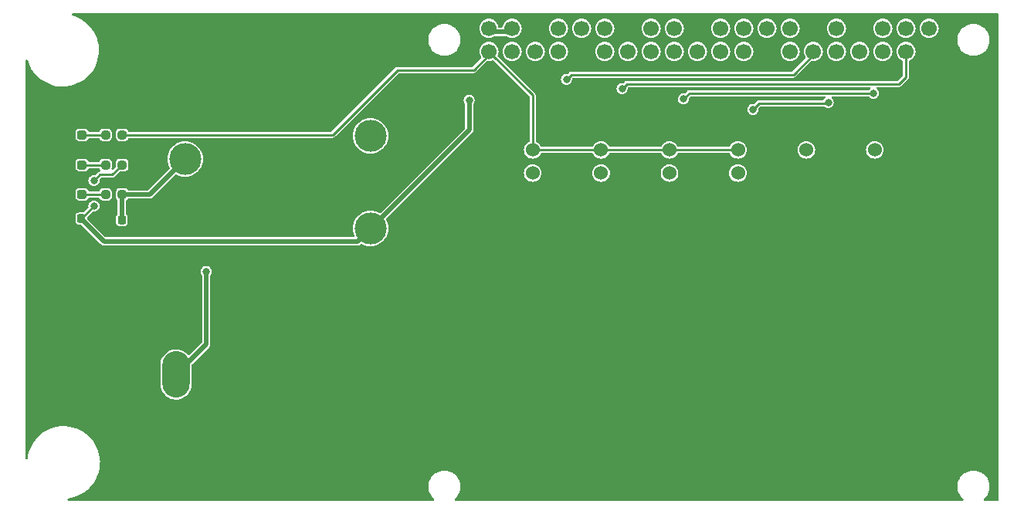
<source format=gtl>
G04 #@! TF.GenerationSoftware,KiCad,Pcbnew,7.0.7*
G04 #@! TF.CreationDate,2024-03-26T15:42:09-05:00*
G04 #@! TF.ProjectId,Hardware_2024,48617264-7761-4726-955f-323032342e6b,rev?*
G04 #@! TF.SameCoordinates,Original*
G04 #@! TF.FileFunction,Copper,L1,Top*
G04 #@! TF.FilePolarity,Positive*
%FSLAX46Y46*%
G04 Gerber Fmt 4.6, Leading zero omitted, Abs format (unit mm)*
G04 Created by KiCad (PCBNEW 7.0.7) date 2024-03-26 15:42:09*
%MOMM*%
%LPD*%
G01*
G04 APERTURE LIST*
G04 Aperture macros list*
%AMRoundRect*
0 Rectangle with rounded corners*
0 $1 Rounding radius*
0 $2 $3 $4 $5 $6 $7 $8 $9 X,Y pos of 4 corners*
0 Add a 4 corners polygon primitive as box body*
4,1,4,$2,$3,$4,$5,$6,$7,$8,$9,$2,$3,0*
0 Add four circle primitives for the rounded corners*
1,1,$1+$1,$2,$3*
1,1,$1+$1,$4,$5*
1,1,$1+$1,$6,$7*
1,1,$1+$1,$8,$9*
0 Add four rect primitives between the rounded corners*
20,1,$1+$1,$2,$3,$4,$5,0*
20,1,$1+$1,$4,$5,$6,$7,0*
20,1,$1+$1,$6,$7,$8,$9,0*
20,1,$1+$1,$8,$9,$2,$3,0*%
G04 Aperture macros list end*
G04 #@! TA.AperFunction,ComponentPad*
%ADD10C,1.524000*%
G04 #@! TD*
G04 #@! TA.AperFunction,SMDPad,CuDef*
%ADD11RoundRect,0.225000X0.225000X0.250000X-0.225000X0.250000X-0.225000X-0.250000X0.225000X-0.250000X0*%
G04 #@! TD*
G04 #@! TA.AperFunction,SMDPad,CuDef*
%ADD12RoundRect,0.237500X-0.287500X-0.237500X0.287500X-0.237500X0.287500X0.237500X-0.287500X0.237500X0*%
G04 #@! TD*
G04 #@! TA.AperFunction,SMDPad,CuDef*
%ADD13RoundRect,0.237500X0.250000X0.237500X-0.250000X0.237500X-0.250000X-0.237500X0.250000X-0.237500X0*%
G04 #@! TD*
G04 #@! TA.AperFunction,ComponentPad*
%ADD14C,3.500000*%
G04 #@! TD*
G04 #@! TA.AperFunction,ComponentPad*
%ADD15C,1.700000*%
G04 #@! TD*
G04 #@! TA.AperFunction,ComponentPad*
%ADD16O,3.000000X5.100000*%
G04 #@! TD*
G04 #@! TA.AperFunction,ViaPad*
%ADD17C,0.800000*%
G04 #@! TD*
G04 #@! TA.AperFunction,Conductor*
%ADD18C,0.508000*%
G04 #@! TD*
G04 #@! TA.AperFunction,Conductor*
%ADD19C,0.254000*%
G04 #@! TD*
G04 #@! TA.AperFunction,Conductor*
%ADD20C,0.250000*%
G04 #@! TD*
G04 APERTURE END LIST*
D10*
X166476000Y-74422000D03*
X166476000Y-76962000D03*
D11*
X116985500Y-81978000D03*
X115435500Y-81978000D03*
D12*
X115330000Y-79311000D03*
X117080000Y-79311000D03*
X115330000Y-76073000D03*
X117080000Y-76073000D03*
D10*
X188976000Y-74422000D03*
X188976000Y-76962000D03*
D13*
X121462500Y-72771000D03*
X119637500Y-72771000D03*
X121462500Y-76073000D03*
X119637500Y-76073000D03*
D14*
X128380000Y-75425000D03*
X128380000Y-70345000D03*
X128380000Y-62725000D03*
X148700000Y-62725000D03*
X148700000Y-72885000D03*
X148700000Y-83045000D03*
D10*
X196476000Y-74422000D03*
X196476000Y-76962000D03*
D13*
X121462500Y-79311000D03*
X119637500Y-79311000D03*
D10*
X203976000Y-74422000D03*
X203976000Y-76962000D03*
X181476000Y-74422000D03*
X181476000Y-76962000D03*
D11*
X121430500Y-82105000D03*
X119880500Y-82105000D03*
D12*
X115330000Y-72771000D03*
X117080000Y-72771000D03*
D15*
X161671000Y-63627000D03*
X161671000Y-61087000D03*
X164211000Y-63627000D03*
X164211000Y-61087000D03*
X166751000Y-63627000D03*
X166751000Y-61087000D03*
X169291000Y-63627000D03*
X169291000Y-61087000D03*
X171831000Y-63627000D03*
X171831000Y-61087000D03*
X174371000Y-63627000D03*
X174371000Y-61087000D03*
X176911000Y-63627000D03*
X176911000Y-61087000D03*
X179451000Y-63627000D03*
X179451000Y-61087000D03*
X181991000Y-63627000D03*
X181991000Y-61087000D03*
X184531000Y-63627000D03*
X184531000Y-61087000D03*
X187071000Y-63627000D03*
X187071000Y-61087000D03*
X189611000Y-63627000D03*
X189611000Y-61087000D03*
X192151000Y-63627000D03*
X192151000Y-61087000D03*
X194691000Y-63627000D03*
X194691000Y-61087000D03*
X197231000Y-63627000D03*
X197231000Y-61087000D03*
X199771000Y-63627000D03*
X199771000Y-61087000D03*
X202311000Y-63627000D03*
X202311000Y-61087000D03*
X204851000Y-63627000D03*
X204851000Y-61087000D03*
X207391000Y-63627000D03*
X207391000Y-61087000D03*
X209931000Y-63627000D03*
X209931000Y-61087000D03*
D10*
X173976000Y-74422000D03*
X173976000Y-76962000D03*
D16*
X127381000Y-91186000D03*
X127381000Y-99060000D03*
D17*
X130683000Y-87757000D03*
X190627000Y-69977000D03*
X198882000Y-69215000D03*
X203835000Y-68199000D03*
X183007000Y-68834000D03*
X176276000Y-67691000D03*
X170180000Y-66675000D03*
X159512000Y-68961000D03*
X118369500Y-80581000D03*
X118369500Y-77787000D03*
D18*
X121430500Y-82105000D02*
X121430500Y-79343000D01*
X121430500Y-79343000D02*
X121462500Y-79311000D01*
X121462500Y-79311000D02*
X124494000Y-79311000D01*
X130683000Y-95758000D02*
X130683000Y-87757000D01*
X127381000Y-99060000D02*
X130683000Y-95758000D01*
X124494000Y-79311000D02*
X128380000Y-75425000D01*
D19*
X190627000Y-69977000D02*
X191262000Y-69342000D01*
X198755000Y-69342000D02*
X198882000Y-69215000D01*
X191262000Y-69342000D02*
X198755000Y-69342000D01*
X203835000Y-68199000D02*
X183642000Y-68199000D01*
X183642000Y-68199000D02*
X183007000Y-68834000D01*
X176276000Y-67691000D02*
X176784000Y-67183000D01*
X176784000Y-67183000D02*
X206629000Y-67183000D01*
X207391000Y-66421000D02*
X207391000Y-63627000D01*
X206629000Y-67183000D02*
X207391000Y-66421000D01*
X170688000Y-66167000D02*
X195072000Y-66167000D01*
X195072000Y-66167000D02*
X197231000Y-64008000D01*
X197231000Y-64008000D02*
X197231000Y-63627000D01*
X170180000Y-66675000D02*
X170688000Y-66167000D01*
X121462500Y-72771000D02*
X144526000Y-72771000D01*
X166476000Y-68432000D02*
X166476000Y-74422000D01*
X160020000Y-65659000D02*
X161861500Y-63817500D01*
X161861500Y-63817500D02*
X166476000Y-68432000D01*
X151638000Y-65659000D02*
X160020000Y-65659000D01*
X121462500Y-72771000D02*
X121780500Y-72453000D01*
X144526000Y-72771000D02*
X151638000Y-65659000D01*
X166476000Y-74422000D02*
X173976000Y-74422000D01*
X173976000Y-74422000D02*
X181476000Y-74422000D01*
X181476000Y-74422000D02*
X188976000Y-74422000D01*
X119004500Y-77152000D02*
X118369500Y-77787000D01*
X121462500Y-76073000D02*
X120383500Y-77152000D01*
X118369500Y-80581000D02*
X118369500Y-80594000D01*
D18*
X147290000Y-84455000D02*
X119462500Y-84455000D01*
D19*
X118369500Y-80594000D02*
X116985500Y-81978000D01*
D18*
X148700000Y-83045000D02*
X159512000Y-72233000D01*
X119462500Y-84455000D02*
X116985500Y-81978000D01*
X148700000Y-83045000D02*
X147290000Y-84455000D01*
X161671000Y-61468000D02*
X164211000Y-61468000D01*
X159512000Y-72233000D02*
X159512000Y-68961000D01*
D19*
X120383500Y-77152000D02*
X119004500Y-77152000D01*
D20*
X117080000Y-72771000D02*
X119637500Y-72771000D01*
X117080000Y-76073000D02*
X119637500Y-76073000D01*
X117080000Y-79311000D02*
X119637500Y-79311000D01*
G04 #@! TA.AperFunction,Conductor*
G36*
X217493539Y-59456185D02*
G01*
X217539294Y-59508989D01*
X217550500Y-59560500D01*
X217550500Y-112778500D01*
X217530815Y-112845539D01*
X217478011Y-112891294D01*
X217426500Y-112902500D01*
X216024959Y-112902500D01*
X215957920Y-112882815D01*
X215912165Y-112830011D01*
X215902221Y-112760853D01*
X215931246Y-112697297D01*
X215947643Y-112681555D01*
X215994981Y-112643805D01*
X216017510Y-112619525D01*
X216081598Y-112550454D01*
X216173433Y-112451479D01*
X216321228Y-112234704D01*
X216435063Y-111998323D01*
X216512396Y-111747615D01*
X216551500Y-111488182D01*
X216551500Y-111225818D01*
X216512396Y-110966385D01*
X216435063Y-110715677D01*
X216423121Y-110690880D01*
X216321232Y-110479303D01*
X216321231Y-110479302D01*
X216321230Y-110479301D01*
X216321228Y-110479296D01*
X216173433Y-110262521D01*
X216139345Y-110225783D01*
X215994985Y-110070198D01*
X215880809Y-109979146D01*
X215789857Y-109906614D01*
X215562643Y-109775432D01*
X215318416Y-109679580D01*
X215318411Y-109679578D01*
X215318402Y-109679576D01*
X215100818Y-109629914D01*
X215062630Y-109621198D01*
X215062629Y-109621197D01*
X215062625Y-109621197D01*
X215062620Y-109621196D01*
X214866500Y-109606500D01*
X214866494Y-109606500D01*
X214735506Y-109606500D01*
X214735500Y-109606500D01*
X214539379Y-109621196D01*
X214539374Y-109621197D01*
X214283597Y-109679576D01*
X214283578Y-109679582D01*
X214039356Y-109775432D01*
X213812143Y-109906614D01*
X213607014Y-110070198D01*
X213428567Y-110262520D01*
X213280768Y-110479302D01*
X213280767Y-110479303D01*
X213166938Y-110715673D01*
X213089606Y-110966376D01*
X213089605Y-110966381D01*
X213089604Y-110966385D01*
X213079336Y-111034509D01*
X213050500Y-111225812D01*
X213050500Y-111488187D01*
X213057575Y-111535122D01*
X213089604Y-111747615D01*
X213089605Y-111747617D01*
X213089606Y-111747623D01*
X213166938Y-111998326D01*
X213280767Y-112234696D01*
X213280768Y-112234697D01*
X213280770Y-112234700D01*
X213280772Y-112234704D01*
X213322997Y-112296636D01*
X213428567Y-112451479D01*
X213607014Y-112643801D01*
X213607018Y-112643804D01*
X213607019Y-112643805D01*
X213654354Y-112681553D01*
X213694494Y-112738742D01*
X213697344Y-112808553D01*
X213661998Y-112868823D01*
X213599679Y-112900416D01*
X213577041Y-112902500D01*
X158024959Y-112902500D01*
X157957920Y-112882815D01*
X157912165Y-112830011D01*
X157902221Y-112760853D01*
X157931246Y-112697297D01*
X157947643Y-112681555D01*
X157994981Y-112643805D01*
X158017510Y-112619525D01*
X158081598Y-112550454D01*
X158173433Y-112451479D01*
X158321228Y-112234704D01*
X158435063Y-111998323D01*
X158512396Y-111747615D01*
X158551500Y-111488182D01*
X158551500Y-111225818D01*
X158512396Y-110966385D01*
X158435063Y-110715677D01*
X158423121Y-110690880D01*
X158321232Y-110479303D01*
X158321231Y-110479302D01*
X158321230Y-110479301D01*
X158321228Y-110479296D01*
X158173433Y-110262521D01*
X158139345Y-110225783D01*
X157994985Y-110070198D01*
X157880809Y-109979146D01*
X157789857Y-109906614D01*
X157562643Y-109775432D01*
X157318416Y-109679580D01*
X157318411Y-109679578D01*
X157318402Y-109679576D01*
X157100818Y-109629914D01*
X157062630Y-109621198D01*
X157062629Y-109621197D01*
X157062625Y-109621197D01*
X157062620Y-109621196D01*
X156866500Y-109606500D01*
X156866494Y-109606500D01*
X156735506Y-109606500D01*
X156735500Y-109606500D01*
X156539379Y-109621196D01*
X156539374Y-109621197D01*
X156283597Y-109679576D01*
X156283578Y-109679582D01*
X156039356Y-109775432D01*
X155812143Y-109906614D01*
X155607014Y-110070198D01*
X155428567Y-110262520D01*
X155280768Y-110479302D01*
X155280767Y-110479303D01*
X155166938Y-110715673D01*
X155089606Y-110966376D01*
X155089605Y-110966381D01*
X155089604Y-110966385D01*
X155079336Y-111034509D01*
X155050500Y-111225812D01*
X155050500Y-111488187D01*
X155057575Y-111535122D01*
X155089604Y-111747615D01*
X155089605Y-111747617D01*
X155089606Y-111747623D01*
X155166938Y-111998326D01*
X155280767Y-112234696D01*
X155280768Y-112234697D01*
X155280770Y-112234700D01*
X155280772Y-112234704D01*
X155322997Y-112296636D01*
X155428567Y-112451479D01*
X155607014Y-112643801D01*
X155607018Y-112643804D01*
X155607019Y-112643805D01*
X155654354Y-112681553D01*
X155694494Y-112738742D01*
X155697344Y-112808553D01*
X155661998Y-112868823D01*
X155599679Y-112900416D01*
X155577041Y-112902500D01*
X115576078Y-112902500D01*
X115509039Y-112882815D01*
X115463284Y-112830011D01*
X115453340Y-112760853D01*
X115482365Y-112697297D01*
X115541143Y-112659523D01*
X115557597Y-112655885D01*
X115561760Y-112655257D01*
X115850353Y-112611759D01*
X116234726Y-112513886D01*
X116607445Y-112378228D01*
X116964803Y-112206133D01*
X117303251Y-111999312D01*
X117619424Y-111759820D01*
X117910181Y-111490037D01*
X118172631Y-111192645D01*
X118404166Y-110870600D01*
X118602485Y-110527101D01*
X118765617Y-110165563D01*
X118891941Y-109789578D01*
X118980201Y-109402885D01*
X119029521Y-109009325D01*
X119034462Y-108811190D01*
X119039409Y-108612826D01*
X119039409Y-108612810D01*
X119017886Y-108325600D01*
X119009769Y-108217280D01*
X118940893Y-107826668D01*
X118833467Y-107444854D01*
X118688559Y-107075634D01*
X118507609Y-106722677D01*
X118292414Y-106389491D01*
X118045114Y-106079386D01*
X118045111Y-106079383D01*
X118045104Y-106079374D01*
X117768176Y-105795455D01*
X117768173Y-105795452D01*
X117768172Y-105795451D01*
X117768167Y-105795446D01*
X117464324Y-105540492D01*
X117391613Y-105490918D01*
X117136605Y-105317057D01*
X117020494Y-105253826D01*
X116788270Y-105127364D01*
X116788262Y-105127360D01*
X116788259Y-105127359D01*
X116422777Y-104973296D01*
X116422761Y-104973290D01*
X116043764Y-104856385D01*
X116043751Y-104856382D01*
X115655000Y-104777794D01*
X115654979Y-104777791D01*
X115260320Y-104738300D01*
X115260319Y-104738300D01*
X114962899Y-104738300D01*
X114962897Y-104738300D01*
X114665855Y-104753124D01*
X114273647Y-104812241D01*
X113889272Y-104910114D01*
X113516549Y-105045774D01*
X113159191Y-105217869D01*
X112820753Y-105424684D01*
X112820742Y-105424692D01*
X112504575Y-105664180D01*
X112504572Y-105664182D01*
X112213813Y-105933968D01*
X111951365Y-106231359D01*
X111719839Y-106553393D01*
X111719826Y-106553413D01*
X111521516Y-106896896D01*
X111358382Y-107258437D01*
X111232059Y-107634419D01*
X111143799Y-108021111D01*
X111131455Y-108119616D01*
X111118537Y-108222696D01*
X111090670Y-108286766D01*
X111032586Y-108325600D01*
X110962728Y-108326867D01*
X110903275Y-108290164D01*
X110873102Y-108227145D01*
X110871500Y-108207276D01*
X110871500Y-100175177D01*
X125680500Y-100175177D01*
X125695484Y-100370342D01*
X125695484Y-100370347D01*
X125754978Y-100624583D01*
X125754981Y-100624593D01*
X125852581Y-100866758D01*
X125852586Y-100866767D01*
X125920819Y-100981539D01*
X125986018Y-101091208D01*
X126071701Y-101195104D01*
X126152150Y-101292654D01*
X126347071Y-101466368D01*
X126347088Y-101466381D01*
X126566242Y-101608304D01*
X126566245Y-101608304D01*
X126566247Y-101608306D01*
X126804511Y-101715118D01*
X127056287Y-101784307D01*
X127315675Y-101814252D01*
X127576593Y-101804251D01*
X127832927Y-101754538D01*
X127832930Y-101754537D01*
X128078663Y-101666281D01*
X128078664Y-101666280D01*
X128078668Y-101666279D01*
X128308057Y-101541541D01*
X128515716Y-101383250D01*
X128696778Y-101195114D01*
X128846999Y-100981544D01*
X128962859Y-100747547D01*
X129041641Y-100498605D01*
X129081500Y-100240555D01*
X129081500Y-98053620D01*
X129101185Y-97986582D01*
X129117814Y-97965945D01*
X130983874Y-96099884D01*
X130989046Y-96095264D01*
X130989904Y-96094579D01*
X131019936Y-96070631D01*
X131053746Y-96021039D01*
X131089369Y-95972773D01*
X131089370Y-95972767D01*
X131093391Y-95965161D01*
X131097112Y-95957432D01*
X131097116Y-95957428D01*
X131114808Y-95900071D01*
X131134620Y-95843451D01*
X131134620Y-95843448D01*
X131134621Y-95843446D01*
X131136220Y-95834994D01*
X131137500Y-95826506D01*
X131137500Y-95766482D01*
X131139743Y-95706539D01*
X131138702Y-95697300D01*
X131139523Y-95697207D01*
X131137499Y-95681835D01*
X131137499Y-95518376D01*
X131137499Y-88193202D01*
X131157184Y-88126167D01*
X131163120Y-88117723D01*
X131207536Y-88059841D01*
X131268044Y-87913762D01*
X131288682Y-87757000D01*
X131268044Y-87600238D01*
X131207536Y-87454159D01*
X131111282Y-87328718D01*
X130985841Y-87232464D01*
X130839762Y-87171956D01*
X130839760Y-87171955D01*
X130683001Y-87151318D01*
X130682999Y-87151318D01*
X130526239Y-87171955D01*
X130526237Y-87171956D01*
X130380160Y-87232463D01*
X130254718Y-87328718D01*
X130158463Y-87454160D01*
X130097956Y-87600237D01*
X130097955Y-87600239D01*
X130077318Y-87756998D01*
X130077318Y-87757001D01*
X130097955Y-87913760D01*
X130097957Y-87913765D01*
X130158461Y-88059836D01*
X130158464Y-88059841D01*
X130202876Y-88117720D01*
X130228070Y-88182889D01*
X130228500Y-88193206D01*
X130228500Y-95518376D01*
X130208815Y-95585415D01*
X130192181Y-95606057D01*
X128869536Y-96928701D01*
X128808213Y-96962186D01*
X128738521Y-96957202D01*
X128686191Y-96919915D01*
X128609852Y-96827348D01*
X128609849Y-96827345D01*
X128414928Y-96653631D01*
X128414911Y-96653618D01*
X128195757Y-96511695D01*
X128195753Y-96511694D01*
X127957488Y-96404881D01*
X127705714Y-96335693D01*
X127532946Y-96315748D01*
X127446325Y-96305748D01*
X127446324Y-96305748D01*
X127185406Y-96315748D01*
X126929071Y-96365462D01*
X126929069Y-96365462D01*
X126683336Y-96453718D01*
X126453939Y-96578461D01*
X126246288Y-96736746D01*
X126246284Y-96736749D01*
X126246284Y-96736750D01*
X126159093Y-96827348D01*
X126065223Y-96924885D01*
X126065214Y-96924895D01*
X125915010Y-97138441D01*
X125914999Y-97138460D01*
X125799139Y-97372455D01*
X125720360Y-97621391D01*
X125720359Y-97621395D01*
X125680500Y-97879445D01*
X125680500Y-97879448D01*
X125680500Y-97879449D01*
X125680500Y-100175177D01*
X110871500Y-100175177D01*
X110871500Y-82261493D01*
X116335000Y-82261493D01*
X116350779Y-82361121D01*
X116350780Y-82361124D01*
X116350781Y-82361126D01*
X116411972Y-82481220D01*
X116411973Y-82481221D01*
X116411976Y-82481225D01*
X116507274Y-82576523D01*
X116507278Y-82576526D01*
X116507280Y-82576528D01*
X116627374Y-82637719D01*
X116627376Y-82637719D01*
X116627378Y-82637720D01*
X116727007Y-82653500D01*
X116727012Y-82653500D01*
X116966878Y-82653500D01*
X117033917Y-82673185D01*
X117054559Y-82689819D01*
X119120603Y-84755864D01*
X119125239Y-84761051D01*
X119149869Y-84791936D01*
X119199449Y-84825739D01*
X119247727Y-84861369D01*
X119247729Y-84861369D01*
X119247731Y-84861371D01*
X119255341Y-84865393D01*
X119263070Y-84869115D01*
X119263072Y-84869116D01*
X119320415Y-84886803D01*
X119377049Y-84906621D01*
X119377051Y-84906621D01*
X119385492Y-84908218D01*
X119393994Y-84909499D01*
X119393995Y-84909500D01*
X119453991Y-84909500D01*
X119513961Y-84911744D01*
X119513961Y-84911743D01*
X119513963Y-84911744D01*
X119513964Y-84911743D01*
X119523195Y-84910704D01*
X119523287Y-84911524D01*
X119538662Y-84909500D01*
X147260987Y-84909500D01*
X147267925Y-84909889D01*
X147300198Y-84913525D01*
X147307185Y-84914313D01*
X147307185Y-84914312D01*
X147307186Y-84914313D01*
X147366148Y-84903156D01*
X147388661Y-84899762D01*
X147425474Y-84894215D01*
X147425475Y-84894214D01*
X147425479Y-84894214D01*
X147425482Y-84894212D01*
X147433721Y-84891670D01*
X147441802Y-84888843D01*
X147441805Y-84888841D01*
X147441807Y-84888841D01*
X147494858Y-84860802D01*
X147548921Y-84834767D01*
X147548923Y-84834764D01*
X147548927Y-84834763D01*
X147556023Y-84829924D01*
X147562938Y-84824822D01*
X147563994Y-84823766D01*
X147605369Y-84782390D01*
X147616446Y-84772111D01*
X147678975Y-84740943D01*
X147748432Y-84748527D01*
X147760212Y-84754175D01*
X147793062Y-84772113D01*
X147887657Y-84823766D01*
X147887661Y-84823768D01*
X147887663Y-84823769D01*
X148149077Y-84921271D01*
X148285391Y-84950924D01*
X148421700Y-84980577D01*
X148421702Y-84980577D01*
X148421706Y-84980578D01*
X148669014Y-84998265D01*
X148699999Y-85000482D01*
X148700000Y-85000482D01*
X148700001Y-85000482D01*
X148727881Y-84998487D01*
X148978294Y-84980578D01*
X149250923Y-84921271D01*
X149512337Y-84823769D01*
X149757213Y-84690056D01*
X149980568Y-84522855D01*
X150177855Y-84325568D01*
X150345056Y-84102213D01*
X150478769Y-83857337D01*
X150576271Y-83595923D01*
X150635578Y-83323294D01*
X150655482Y-83045000D01*
X150635578Y-82766706D01*
X150621834Y-82703528D01*
X150576272Y-82494083D01*
X150576271Y-82494077D01*
X150478769Y-82232663D01*
X150408938Y-82104777D01*
X150394086Y-82036504D01*
X150418503Y-81971040D01*
X150430082Y-81957676D01*
X155425758Y-76962000D01*
X165508843Y-76962000D01*
X165527426Y-77150681D01*
X165539328Y-77189917D01*
X165582463Y-77332115D01*
X165582464Y-77332118D01*
X165582465Y-77332119D01*
X165582466Y-77332122D01*
X165671834Y-77499318D01*
X165671838Y-77499325D01*
X165792116Y-77645883D01*
X165938674Y-77766161D01*
X165938681Y-77766165D01*
X166105877Y-77855533D01*
X166105878Y-77855533D01*
X166105885Y-77855537D01*
X166287317Y-77910573D01*
X166287316Y-77910573D01*
X166304233Y-77912239D01*
X166476000Y-77929157D01*
X166664683Y-77910573D01*
X166846115Y-77855537D01*
X167013324Y-77766162D01*
X167159883Y-77645883D01*
X167280162Y-77499324D01*
X167369537Y-77332115D01*
X167424573Y-77150683D01*
X167443157Y-76962000D01*
X173008843Y-76962000D01*
X173027426Y-77150681D01*
X173039328Y-77189917D01*
X173082463Y-77332115D01*
X173082464Y-77332118D01*
X173082465Y-77332119D01*
X173082466Y-77332122D01*
X173171834Y-77499318D01*
X173171838Y-77499325D01*
X173292116Y-77645883D01*
X173438674Y-77766161D01*
X173438681Y-77766165D01*
X173605877Y-77855533D01*
X173605878Y-77855533D01*
X173605885Y-77855537D01*
X173787317Y-77910573D01*
X173787316Y-77910573D01*
X173804233Y-77912239D01*
X173976000Y-77929157D01*
X174164683Y-77910573D01*
X174346115Y-77855537D01*
X174513324Y-77766162D01*
X174659883Y-77645883D01*
X174780162Y-77499324D01*
X174869537Y-77332115D01*
X174924573Y-77150683D01*
X174943157Y-76962000D01*
X180508843Y-76962000D01*
X180527426Y-77150681D01*
X180539328Y-77189917D01*
X180582463Y-77332115D01*
X180582464Y-77332118D01*
X180582465Y-77332119D01*
X180582466Y-77332122D01*
X180671834Y-77499318D01*
X180671838Y-77499325D01*
X180792116Y-77645883D01*
X180938674Y-77766161D01*
X180938681Y-77766165D01*
X181105877Y-77855533D01*
X181105878Y-77855533D01*
X181105885Y-77855537D01*
X181287317Y-77910573D01*
X181287316Y-77910573D01*
X181304233Y-77912239D01*
X181476000Y-77929157D01*
X181664683Y-77910573D01*
X181846115Y-77855537D01*
X182013324Y-77766162D01*
X182159883Y-77645883D01*
X182280162Y-77499324D01*
X182369537Y-77332115D01*
X182424573Y-77150683D01*
X182443157Y-76962000D01*
X188008843Y-76962000D01*
X188027426Y-77150681D01*
X188039328Y-77189917D01*
X188082463Y-77332115D01*
X188082464Y-77332118D01*
X188082465Y-77332119D01*
X188082466Y-77332122D01*
X188171834Y-77499318D01*
X188171838Y-77499325D01*
X188292116Y-77645883D01*
X188438674Y-77766161D01*
X188438681Y-77766165D01*
X188605877Y-77855533D01*
X188605878Y-77855533D01*
X188605885Y-77855537D01*
X188787317Y-77910573D01*
X188787316Y-77910573D01*
X188804233Y-77912239D01*
X188976000Y-77929157D01*
X189164683Y-77910573D01*
X189346115Y-77855537D01*
X189513324Y-77766162D01*
X189659883Y-77645883D01*
X189780162Y-77499324D01*
X189869537Y-77332115D01*
X189924573Y-77150683D01*
X189943157Y-76962000D01*
X189924573Y-76773317D01*
X189869537Y-76591885D01*
X189819866Y-76498957D01*
X189780165Y-76424681D01*
X189780161Y-76424674D01*
X189659883Y-76278116D01*
X189513325Y-76157838D01*
X189513318Y-76157834D01*
X189346122Y-76068466D01*
X189346119Y-76068465D01*
X189346118Y-76068464D01*
X189346115Y-76068463D01*
X189164683Y-76013427D01*
X189164681Y-76013426D01*
X189164683Y-76013426D01*
X188976000Y-75994843D01*
X188787318Y-76013426D01*
X188680194Y-76045921D01*
X188605885Y-76068463D01*
X188605882Y-76068464D01*
X188605880Y-76068465D01*
X188605877Y-76068466D01*
X188438681Y-76157834D01*
X188438674Y-76157838D01*
X188292116Y-76278116D01*
X188171838Y-76424674D01*
X188171834Y-76424681D01*
X188082466Y-76591877D01*
X188082465Y-76591880D01*
X188082464Y-76591882D01*
X188082463Y-76591885D01*
X188072809Y-76623710D01*
X188027426Y-76773318D01*
X188008843Y-76962000D01*
X182443157Y-76962000D01*
X182424573Y-76773317D01*
X182369537Y-76591885D01*
X182319866Y-76498957D01*
X182280165Y-76424681D01*
X182280161Y-76424674D01*
X182159883Y-76278116D01*
X182013325Y-76157838D01*
X182013318Y-76157834D01*
X181846122Y-76068466D01*
X181846119Y-76068465D01*
X181846118Y-76068464D01*
X181846115Y-76068463D01*
X181664683Y-76013427D01*
X181664681Y-76013426D01*
X181664683Y-76013426D01*
X181476000Y-75994843D01*
X181287318Y-76013426D01*
X181180194Y-76045921D01*
X181105885Y-76068463D01*
X181105882Y-76068464D01*
X181105880Y-76068465D01*
X181105877Y-76068466D01*
X180938681Y-76157834D01*
X180938674Y-76157838D01*
X180792116Y-76278116D01*
X180671838Y-76424674D01*
X180671834Y-76424681D01*
X180582466Y-76591877D01*
X180582465Y-76591880D01*
X180582464Y-76591882D01*
X180582463Y-76591885D01*
X180572809Y-76623710D01*
X180527426Y-76773318D01*
X180508843Y-76962000D01*
X174943157Y-76962000D01*
X174924573Y-76773317D01*
X174869537Y-76591885D01*
X174819866Y-76498957D01*
X174780165Y-76424681D01*
X174780161Y-76424674D01*
X174659883Y-76278116D01*
X174513325Y-76157838D01*
X174513318Y-76157834D01*
X174346122Y-76068466D01*
X174346119Y-76068465D01*
X174346118Y-76068464D01*
X174346115Y-76068463D01*
X174164683Y-76013427D01*
X174164681Y-76013426D01*
X174164683Y-76013426D01*
X173976000Y-75994843D01*
X173787318Y-76013426D01*
X173680194Y-76045921D01*
X173605885Y-76068463D01*
X173605882Y-76068464D01*
X173605880Y-76068465D01*
X173605877Y-76068466D01*
X173438681Y-76157834D01*
X173438674Y-76157838D01*
X173292116Y-76278116D01*
X173171838Y-76424674D01*
X173171834Y-76424681D01*
X173082466Y-76591877D01*
X173082465Y-76591880D01*
X173082464Y-76591882D01*
X173082463Y-76591885D01*
X173072809Y-76623710D01*
X173027426Y-76773318D01*
X173008843Y-76962000D01*
X167443157Y-76962000D01*
X167424573Y-76773317D01*
X167369537Y-76591885D01*
X167319866Y-76498957D01*
X167280165Y-76424681D01*
X167280161Y-76424674D01*
X167159883Y-76278116D01*
X167013325Y-76157838D01*
X167013318Y-76157834D01*
X166846122Y-76068466D01*
X166846119Y-76068465D01*
X166846118Y-76068464D01*
X166846115Y-76068463D01*
X166664683Y-76013427D01*
X166664681Y-76013426D01*
X166664683Y-76013426D01*
X166476000Y-75994843D01*
X166287318Y-76013426D01*
X166180194Y-76045921D01*
X166105885Y-76068463D01*
X166105882Y-76068464D01*
X166105880Y-76068465D01*
X166105877Y-76068466D01*
X165938681Y-76157834D01*
X165938674Y-76157838D01*
X165792116Y-76278116D01*
X165671838Y-76424674D01*
X165671834Y-76424681D01*
X165582466Y-76591877D01*
X165582465Y-76591880D01*
X165582464Y-76591882D01*
X165582463Y-76591885D01*
X165572809Y-76623710D01*
X165527426Y-76773318D01*
X165508843Y-76962000D01*
X155425758Y-76962000D01*
X159812874Y-72574884D01*
X159818046Y-72570264D01*
X159818904Y-72569579D01*
X159848936Y-72545631D01*
X159882746Y-72496039D01*
X159918369Y-72447773D01*
X159918370Y-72447767D01*
X159922395Y-72440153D01*
X159926110Y-72432435D01*
X159926116Y-72432428D01*
X159943803Y-72375084D01*
X159963621Y-72318451D01*
X159963621Y-72318446D01*
X159965216Y-72310015D01*
X159966500Y-72301504D01*
X159966500Y-72241509D01*
X159968744Y-72181539D01*
X159967704Y-72172306D01*
X159968523Y-72172213D01*
X159966500Y-72156838D01*
X159966500Y-69397206D01*
X159986185Y-69330167D01*
X159992124Y-69321720D01*
X160006023Y-69303605D01*
X160036536Y-69263841D01*
X160097044Y-69117762D01*
X160117682Y-68961000D01*
X160097044Y-68804238D01*
X160036536Y-68658159D01*
X159940282Y-68532718D01*
X159814841Y-68436464D01*
X159668762Y-68375956D01*
X159668760Y-68375955D01*
X159512001Y-68355318D01*
X159511999Y-68355318D01*
X159355239Y-68375955D01*
X159355237Y-68375956D01*
X159209160Y-68436463D01*
X159083718Y-68532718D01*
X158987463Y-68658160D01*
X158926956Y-68804237D01*
X158926955Y-68804239D01*
X158906318Y-68960998D01*
X158906318Y-68961001D01*
X158926955Y-69117760D01*
X158926957Y-69117765D01*
X158987461Y-69263836D01*
X158987464Y-69263841D01*
X159031876Y-69321720D01*
X159057070Y-69386889D01*
X159057500Y-69397206D01*
X159057500Y-71993376D01*
X159037815Y-72060415D01*
X159021181Y-72081057D01*
X149787328Y-81314909D01*
X149726005Y-81348394D01*
X149656313Y-81343410D01*
X149640220Y-81336060D01*
X149512342Y-81266233D01*
X149512338Y-81266231D01*
X149374584Y-81214852D01*
X149250923Y-81168729D01*
X149250919Y-81168728D01*
X149250916Y-81168727D01*
X148978299Y-81109422D01*
X148700001Y-81089518D01*
X148699999Y-81089518D01*
X148421700Y-81109422D01*
X148149083Y-81168727D01*
X148149078Y-81168728D01*
X148149077Y-81168729D01*
X148141345Y-81171613D01*
X147887661Y-81266231D01*
X147887657Y-81266233D01*
X147642792Y-81399940D01*
X147642784Y-81399945D01*
X147419439Y-81567138D01*
X147419421Y-81567154D01*
X147222154Y-81764421D01*
X147222138Y-81764439D01*
X147054945Y-81987784D01*
X147054940Y-81987792D01*
X146921233Y-82232657D01*
X146921231Y-82232661D01*
X146847301Y-82430875D01*
X146825951Y-82488121D01*
X146823727Y-82494083D01*
X146764422Y-82766700D01*
X146744518Y-83044998D01*
X146744518Y-83045001D01*
X146764422Y-83323299D01*
X146823727Y-83595916D01*
X146823729Y-83595923D01*
X146900708Y-83802314D01*
X146912216Y-83833167D01*
X146917200Y-83902859D01*
X146883715Y-83964182D01*
X146822392Y-83997666D01*
X146796034Y-84000500D01*
X119702122Y-84000500D01*
X119635083Y-83980815D01*
X119614441Y-83964181D01*
X117672319Y-82022058D01*
X117638834Y-81960735D01*
X117636000Y-81934377D01*
X117636000Y-81842015D01*
X117655685Y-81774976D01*
X117672314Y-81754339D01*
X118211803Y-81214850D01*
X118273124Y-81181367D01*
X118315663Y-81179594D01*
X118369500Y-81186682D01*
X118526262Y-81166044D01*
X118672341Y-81105536D01*
X118797782Y-81009282D01*
X118894036Y-80883841D01*
X118954544Y-80737762D01*
X118975182Y-80581000D01*
X118954544Y-80424238D01*
X118894036Y-80278159D01*
X118797782Y-80152718D01*
X118672341Y-80056464D01*
X118526262Y-79995956D01*
X118526260Y-79995955D01*
X118369501Y-79975318D01*
X118369499Y-79975318D01*
X118212739Y-79995955D01*
X118212737Y-79995956D01*
X118066660Y-80056463D01*
X117941218Y-80152718D01*
X117844963Y-80278160D01*
X117784456Y-80424237D01*
X117784455Y-80424239D01*
X117763818Y-80580998D01*
X117763818Y-80581002D01*
X117773929Y-80657807D01*
X117763163Y-80726842D01*
X117738671Y-80761672D01*
X117234163Y-81266182D01*
X117172842Y-81299666D01*
X117146484Y-81302500D01*
X116727007Y-81302500D01*
X116627378Y-81318279D01*
X116507278Y-81379473D01*
X116507274Y-81379476D01*
X116411976Y-81474774D01*
X116411973Y-81474778D01*
X116350779Y-81594878D01*
X116335000Y-81694506D01*
X116335000Y-82261493D01*
X110871500Y-82261493D01*
X110871500Y-79601260D01*
X116354500Y-79601260D01*
X116357274Y-79630849D01*
X116400884Y-79755476D01*
X116479288Y-79861710D01*
X116479289Y-79861711D01*
X116585523Y-79940115D01*
X116585524Y-79940115D01*
X116585525Y-79940116D01*
X116710151Y-79983725D01*
X116710150Y-79983725D01*
X116739740Y-79986500D01*
X116739744Y-79986500D01*
X117420260Y-79986500D01*
X117449849Y-79983725D01*
X117457854Y-79980924D01*
X117574475Y-79940116D01*
X117680711Y-79861711D01*
X117759116Y-79755475D01*
X117771689Y-79719543D01*
X117812411Y-79662769D01*
X117877364Y-79637022D01*
X117888730Y-79636500D01*
X118866270Y-79636500D01*
X118933309Y-79656185D01*
X118979064Y-79708989D01*
X118983311Y-79719544D01*
X118995884Y-79755476D01*
X119074288Y-79861710D01*
X119074289Y-79861711D01*
X119180523Y-79940115D01*
X119180524Y-79940115D01*
X119180525Y-79940116D01*
X119305151Y-79983725D01*
X119305150Y-79983725D01*
X119334740Y-79986500D01*
X119334744Y-79986500D01*
X119940260Y-79986500D01*
X119969849Y-79983725D01*
X119977854Y-79980924D01*
X120094475Y-79940116D01*
X120200711Y-79861711D01*
X120279116Y-79755475D01*
X120322725Y-79630849D01*
X120325500Y-79601260D01*
X120774500Y-79601260D01*
X120777274Y-79630849D01*
X120820884Y-79755476D01*
X120899286Y-79861708D01*
X120899287Y-79861709D01*
X120899289Y-79861711D01*
X120925632Y-79881153D01*
X120967884Y-79936799D01*
X120976000Y-79980924D01*
X120976000Y-81431388D01*
X120956315Y-81498427D01*
X120939682Y-81519069D01*
X120856973Y-81601778D01*
X120795779Y-81721878D01*
X120780000Y-81821506D01*
X120780000Y-82388493D01*
X120795779Y-82488121D01*
X120795780Y-82488124D01*
X120795781Y-82488126D01*
X120856972Y-82608220D01*
X120856973Y-82608221D01*
X120856976Y-82608225D01*
X120952274Y-82703523D01*
X120952278Y-82703526D01*
X120952280Y-82703528D01*
X121072374Y-82764719D01*
X121072376Y-82764719D01*
X121072378Y-82764720D01*
X121172007Y-82780500D01*
X121172012Y-82780500D01*
X121688993Y-82780500D01*
X121788621Y-82764720D01*
X121788621Y-82764719D01*
X121788626Y-82764719D01*
X121908720Y-82703528D01*
X122004028Y-82608220D01*
X122065219Y-82488126D01*
X122066313Y-82481220D01*
X122081000Y-82388493D01*
X122081000Y-81821506D01*
X122065220Y-81721878D01*
X122065219Y-81721876D01*
X122065219Y-81721874D01*
X122004028Y-81601780D01*
X122004026Y-81601778D01*
X122004023Y-81601774D01*
X121921318Y-81519069D01*
X121887833Y-81457746D01*
X121885000Y-81431397D01*
X121885000Y-80028156D01*
X121904685Y-79961117D01*
X121935363Y-79928390D01*
X122025711Y-79861711D01*
X122059545Y-79815866D01*
X122115194Y-79773615D01*
X122159316Y-79765500D01*
X124464987Y-79765500D01*
X124471925Y-79765889D01*
X124504198Y-79769525D01*
X124511185Y-79770313D01*
X124511185Y-79770312D01*
X124511186Y-79770313D01*
X124570148Y-79759156D01*
X124594572Y-79755475D01*
X124629474Y-79750215D01*
X124629475Y-79750214D01*
X124629479Y-79750214D01*
X124629482Y-79750212D01*
X124637721Y-79747670D01*
X124645802Y-79744843D01*
X124645805Y-79744841D01*
X124645807Y-79744841D01*
X124698858Y-79716802D01*
X124752921Y-79690767D01*
X124752923Y-79690764D01*
X124752927Y-79690763D01*
X124760023Y-79685924D01*
X124766938Y-79680822D01*
X124766940Y-79680820D01*
X124809369Y-79638390D01*
X124853356Y-79597577D01*
X124853359Y-79597570D01*
X124859153Y-79590307D01*
X124859801Y-79590824D01*
X124869233Y-79578525D01*
X127292671Y-77155087D01*
X127353992Y-77121604D01*
X127423684Y-77126588D01*
X127439777Y-77133938D01*
X127567657Y-77203766D01*
X127567661Y-77203768D01*
X127567663Y-77203769D01*
X127829077Y-77301271D01*
X127965391Y-77330924D01*
X128101700Y-77360577D01*
X128101702Y-77360577D01*
X128101706Y-77360578D01*
X128349014Y-77378265D01*
X128379999Y-77380482D01*
X128380000Y-77380482D01*
X128380001Y-77380482D01*
X128407881Y-77378487D01*
X128658294Y-77360578D01*
X128666845Y-77358718D01*
X128697458Y-77352058D01*
X128930923Y-77301271D01*
X129192337Y-77203769D01*
X129437213Y-77070056D01*
X129660568Y-76902855D01*
X129857855Y-76705568D01*
X130025056Y-76482213D01*
X130158769Y-76237337D01*
X130256271Y-75975923D01*
X130315578Y-75703294D01*
X130335482Y-75425000D01*
X130332918Y-75389157D01*
X130321261Y-75226165D01*
X130315578Y-75146706D01*
X130306697Y-75105883D01*
X130256272Y-74874083D01*
X130256271Y-74874077D01*
X130158769Y-74612663D01*
X130025056Y-74367787D01*
X130025054Y-74367784D01*
X129857861Y-74144439D01*
X129857845Y-74144421D01*
X129660578Y-73947154D01*
X129660560Y-73947138D01*
X129437215Y-73779945D01*
X129437207Y-73779940D01*
X129192342Y-73646233D01*
X129192338Y-73646231D01*
X129093230Y-73609266D01*
X128930923Y-73548729D01*
X128930919Y-73548728D01*
X128930916Y-73548727D01*
X128658299Y-73489422D01*
X128380001Y-73469518D01*
X128379999Y-73469518D01*
X128101700Y-73489422D01*
X127829083Y-73548727D01*
X127829078Y-73548728D01*
X127829077Y-73548729D01*
X127765875Y-73572301D01*
X127567661Y-73646231D01*
X127567657Y-73646233D01*
X127322792Y-73779940D01*
X127322784Y-73779945D01*
X127099439Y-73947138D01*
X127099421Y-73947154D01*
X126902154Y-74144421D01*
X126902138Y-74144439D01*
X126734945Y-74367784D01*
X126734940Y-74367792D01*
X126601233Y-74612657D01*
X126601231Y-74612661D01*
X126503727Y-74874083D01*
X126444422Y-75146700D01*
X126424518Y-75424998D01*
X126424518Y-75425001D01*
X126444422Y-75703299D01*
X126503727Y-75975916D01*
X126503729Y-75975923D01*
X126538246Y-76068466D01*
X126601231Y-76237338D01*
X126601233Y-76237342D01*
X126671060Y-76365220D01*
X126685912Y-76433493D01*
X126661495Y-76498957D01*
X126649909Y-76512328D01*
X124342058Y-78820181D01*
X124280735Y-78853666D01*
X124254377Y-78856500D01*
X122159316Y-78856500D01*
X122092277Y-78836815D01*
X122059546Y-78806134D01*
X122047157Y-78789348D01*
X122025711Y-78760289D01*
X122025709Y-78760288D01*
X122025709Y-78760287D01*
X121919476Y-78681884D01*
X121794848Y-78638274D01*
X121794849Y-78638274D01*
X121765260Y-78635500D01*
X121765256Y-78635500D01*
X121159744Y-78635500D01*
X121159740Y-78635500D01*
X121130150Y-78638274D01*
X121005523Y-78681884D01*
X120899289Y-78760288D01*
X120899288Y-78760289D01*
X120820884Y-78866523D01*
X120777274Y-78991150D01*
X120774500Y-79020739D01*
X120774500Y-79601260D01*
X120325500Y-79601260D01*
X120325500Y-79601256D01*
X120325500Y-79020744D01*
X120322725Y-78991151D01*
X120313859Y-78965815D01*
X120279115Y-78866523D01*
X120200711Y-78760289D01*
X120200710Y-78760288D01*
X120094476Y-78681884D01*
X119969848Y-78638274D01*
X119969849Y-78638274D01*
X119940260Y-78635500D01*
X119940256Y-78635500D01*
X119334744Y-78635500D01*
X119334740Y-78635500D01*
X119305150Y-78638274D01*
X119180523Y-78681884D01*
X119074289Y-78760288D01*
X119074288Y-78760289D01*
X118995884Y-78866523D01*
X118983311Y-78902456D01*
X118942589Y-78959231D01*
X118877636Y-78984978D01*
X118866270Y-78985500D01*
X117888730Y-78985500D01*
X117821691Y-78965815D01*
X117775936Y-78913011D01*
X117771689Y-78902456D01*
X117759115Y-78866523D01*
X117680711Y-78760289D01*
X117680710Y-78760288D01*
X117574476Y-78681884D01*
X117449848Y-78638274D01*
X117449849Y-78638274D01*
X117420260Y-78635500D01*
X117420256Y-78635500D01*
X116739744Y-78635500D01*
X116739740Y-78635500D01*
X116710150Y-78638274D01*
X116585523Y-78681884D01*
X116479289Y-78760288D01*
X116479288Y-78760289D01*
X116400884Y-78866523D01*
X116357274Y-78991150D01*
X116354500Y-79020739D01*
X116354500Y-79601260D01*
X110871500Y-79601260D01*
X110871500Y-76363260D01*
X116354500Y-76363260D01*
X116357274Y-76392849D01*
X116400884Y-76517476D01*
X116479288Y-76623710D01*
X116479289Y-76623711D01*
X116585523Y-76702115D01*
X116585524Y-76702115D01*
X116585525Y-76702116D01*
X116710151Y-76745725D01*
X116710150Y-76745725D01*
X116739740Y-76748500D01*
X116739744Y-76748500D01*
X117420260Y-76748500D01*
X117449849Y-76745725D01*
X117449848Y-76745724D01*
X117574475Y-76702116D01*
X117680711Y-76623711D01*
X117759116Y-76517475D01*
X117771689Y-76481543D01*
X117812411Y-76424769D01*
X117877364Y-76399022D01*
X117888730Y-76398500D01*
X118866270Y-76398500D01*
X118933309Y-76418185D01*
X118979064Y-76470989D01*
X118983310Y-76481542D01*
X118995884Y-76517475D01*
X119073584Y-76622755D01*
X119097554Y-76688382D01*
X119082239Y-76756553D01*
X119032498Y-76805621D01*
X118984627Y-76819915D01*
X118975516Y-76820712D01*
X118936158Y-76831258D01*
X118930875Y-76832429D01*
X118890763Y-76839501D01*
X118886035Y-76841222D01*
X118868496Y-76848487D01*
X118863956Y-76850604D01*
X118830586Y-76873971D01*
X118826023Y-76876878D01*
X118790740Y-76897249D01*
X118790739Y-76897250D01*
X118764553Y-76928457D01*
X118760898Y-76932445D01*
X118538685Y-77154659D01*
X118477362Y-77188144D01*
X118434819Y-77189917D01*
X118369501Y-77181318D01*
X118369499Y-77181318D01*
X118212739Y-77201955D01*
X118212737Y-77201956D01*
X118066660Y-77262463D01*
X117941218Y-77358718D01*
X117844963Y-77484160D01*
X117784456Y-77630237D01*
X117784455Y-77630239D01*
X117763818Y-77786998D01*
X117763818Y-77787001D01*
X117784455Y-77943760D01*
X117784456Y-77943762D01*
X117844964Y-78089841D01*
X117941218Y-78215282D01*
X118066659Y-78311536D01*
X118212738Y-78372044D01*
X118291118Y-78382362D01*
X118369499Y-78392682D01*
X118369500Y-78392682D01*
X118369501Y-78392682D01*
X118421753Y-78385802D01*
X118526262Y-78372044D01*
X118672341Y-78311536D01*
X118797782Y-78215282D01*
X118894036Y-78089841D01*
X118954544Y-77943762D01*
X118975182Y-77787000D01*
X118966582Y-77721680D01*
X118977347Y-77652646D01*
X119001841Y-77617813D01*
X119103838Y-77515818D01*
X119165161Y-77482334D01*
X119191518Y-77479500D01*
X120366495Y-77479500D01*
X120371898Y-77479735D01*
X120412484Y-77483287D01*
X120451868Y-77472732D01*
X120457086Y-77471576D01*
X120497239Y-77464497D01*
X120497244Y-77464493D01*
X120502031Y-77462752D01*
X120519419Y-77455549D01*
X120524037Y-77453395D01*
X120524043Y-77453394D01*
X120557437Y-77430009D01*
X120561951Y-77427134D01*
X120597260Y-77406750D01*
X120623466Y-77375517D01*
X120627086Y-77371566D01*
X121213835Y-76784819D01*
X121275159Y-76751334D01*
X121301517Y-76748500D01*
X121765260Y-76748500D01*
X121794849Y-76745725D01*
X121794849Y-76745724D01*
X121919475Y-76702116D01*
X122025711Y-76623711D01*
X122104116Y-76517475D01*
X122147725Y-76392849D01*
X122150500Y-76363256D01*
X122150500Y-75782744D01*
X122147725Y-75753151D01*
X122138859Y-75727815D01*
X122104115Y-75628523D01*
X122025711Y-75522289D01*
X122025710Y-75522288D01*
X121919476Y-75443884D01*
X121794848Y-75400274D01*
X121794849Y-75400274D01*
X121765260Y-75397500D01*
X121765256Y-75397500D01*
X121159744Y-75397500D01*
X121159740Y-75397500D01*
X121130150Y-75400274D01*
X121005523Y-75443884D01*
X120899289Y-75522288D01*
X120899288Y-75522289D01*
X120820884Y-75628523D01*
X120777274Y-75753150D01*
X120774499Y-75782739D01*
X120774500Y-76246483D01*
X120754815Y-76313522D01*
X120738181Y-76334164D01*
X120514845Y-76557500D01*
X120453522Y-76590985D01*
X120383830Y-76586001D01*
X120327897Y-76544129D01*
X120303480Y-76478665D01*
X120310123Y-76428863D01*
X120320565Y-76399022D01*
X120322725Y-76392849D01*
X120325500Y-76363256D01*
X120325500Y-75782744D01*
X120322725Y-75753151D01*
X120313859Y-75727815D01*
X120279115Y-75628523D01*
X120200711Y-75522289D01*
X120200710Y-75522288D01*
X120094476Y-75443884D01*
X119969848Y-75400274D01*
X119969849Y-75400274D01*
X119940260Y-75397500D01*
X119940256Y-75397500D01*
X119334744Y-75397500D01*
X119334740Y-75397500D01*
X119305150Y-75400274D01*
X119180523Y-75443884D01*
X119074289Y-75522288D01*
X119074288Y-75522289D01*
X118995884Y-75628523D01*
X118983311Y-75664456D01*
X118942589Y-75721231D01*
X118877636Y-75746978D01*
X118866270Y-75747500D01*
X117888730Y-75747500D01*
X117821691Y-75727815D01*
X117775936Y-75675011D01*
X117771689Y-75664456D01*
X117759115Y-75628523D01*
X117680711Y-75522289D01*
X117680710Y-75522288D01*
X117574476Y-75443884D01*
X117449848Y-75400274D01*
X117449849Y-75400274D01*
X117420260Y-75397500D01*
X117420256Y-75397500D01*
X116739744Y-75397500D01*
X116739740Y-75397500D01*
X116710150Y-75400274D01*
X116585523Y-75443884D01*
X116479289Y-75522288D01*
X116479288Y-75522289D01*
X116400884Y-75628523D01*
X116357274Y-75753150D01*
X116354500Y-75782739D01*
X116354500Y-76363260D01*
X110871500Y-76363260D01*
X110871500Y-73061260D01*
X116354500Y-73061260D01*
X116357274Y-73090849D01*
X116400884Y-73215476D01*
X116479288Y-73321710D01*
X116479289Y-73321711D01*
X116585523Y-73400115D01*
X116585524Y-73400115D01*
X116585525Y-73400116D01*
X116710151Y-73443725D01*
X116710150Y-73443725D01*
X116739740Y-73446500D01*
X116739744Y-73446500D01*
X117420260Y-73446500D01*
X117449849Y-73443725D01*
X117449848Y-73443724D01*
X117574475Y-73400116D01*
X117680711Y-73321711D01*
X117759116Y-73215475D01*
X117771689Y-73179543D01*
X117812411Y-73122769D01*
X117877364Y-73097022D01*
X117888730Y-73096500D01*
X118866270Y-73096500D01*
X118933309Y-73116185D01*
X118979064Y-73168989D01*
X118983311Y-73179544D01*
X118995884Y-73215476D01*
X119074288Y-73321710D01*
X119074289Y-73321711D01*
X119180523Y-73400115D01*
X119180524Y-73400115D01*
X119180525Y-73400116D01*
X119305151Y-73443725D01*
X119305150Y-73443725D01*
X119334740Y-73446500D01*
X119334744Y-73446500D01*
X119940260Y-73446500D01*
X119969849Y-73443725D01*
X119969849Y-73443724D01*
X120094475Y-73400116D01*
X120200711Y-73321711D01*
X120279116Y-73215475D01*
X120322725Y-73090849D01*
X120322751Y-73090568D01*
X120325500Y-73061260D01*
X120774500Y-73061260D01*
X120777274Y-73090849D01*
X120820884Y-73215476D01*
X120899288Y-73321710D01*
X120899289Y-73321711D01*
X121005523Y-73400115D01*
X121005524Y-73400115D01*
X121005525Y-73400116D01*
X121130151Y-73443725D01*
X121130150Y-73443725D01*
X121159740Y-73446500D01*
X121159744Y-73446500D01*
X121765260Y-73446500D01*
X121794849Y-73443725D01*
X121794848Y-73443725D01*
X121919475Y-73400116D01*
X122025711Y-73321711D01*
X122104116Y-73215475D01*
X122115988Y-73181545D01*
X122156711Y-73124769D01*
X122221664Y-73099022D01*
X122233030Y-73098500D01*
X144508995Y-73098500D01*
X144514398Y-73098735D01*
X144554984Y-73102287D01*
X144594368Y-73091732D01*
X144599586Y-73090576D01*
X144639739Y-73083497D01*
X144639744Y-73083493D01*
X144644531Y-73081752D01*
X144661919Y-73074549D01*
X144666537Y-73072395D01*
X144666543Y-73072394D01*
X144699937Y-73049009D01*
X144704451Y-73046134D01*
X144739760Y-73025750D01*
X144765966Y-72994517D01*
X144769597Y-72990555D01*
X144875151Y-72885001D01*
X146744518Y-72885001D01*
X146764422Y-73163299D01*
X146823727Y-73435916D01*
X146823729Y-73435923D01*
X146858246Y-73528466D01*
X146921231Y-73697338D01*
X146921233Y-73697342D01*
X147054940Y-73942207D01*
X147054945Y-73942215D01*
X147222138Y-74165560D01*
X147222154Y-74165578D01*
X147419421Y-74362845D01*
X147419439Y-74362861D01*
X147642784Y-74530054D01*
X147642792Y-74530059D01*
X147887657Y-74663766D01*
X147887661Y-74663768D01*
X147887663Y-74663769D01*
X148149077Y-74761271D01*
X148285391Y-74790924D01*
X148421700Y-74820577D01*
X148421702Y-74820577D01*
X148421706Y-74820578D01*
X148669014Y-74838265D01*
X148699999Y-74840482D01*
X148700000Y-74840482D01*
X148700001Y-74840482D01*
X148727881Y-74838487D01*
X148978294Y-74820578D01*
X149250923Y-74761271D01*
X149512337Y-74663769D01*
X149757213Y-74530056D01*
X149980568Y-74362855D01*
X150177855Y-74165568D01*
X150345056Y-73942213D01*
X150478769Y-73697337D01*
X150576271Y-73435923D01*
X150635578Y-73163294D01*
X150655482Y-72885000D01*
X150635578Y-72606706D01*
X150628122Y-72572433D01*
X150592174Y-72407181D01*
X150576271Y-72334077D01*
X150478769Y-72072663D01*
X150463521Y-72044739D01*
X150345059Y-71827792D01*
X150345054Y-71827784D01*
X150177861Y-71604439D01*
X150177845Y-71604421D01*
X149980578Y-71407154D01*
X149980560Y-71407138D01*
X149757215Y-71239945D01*
X149757207Y-71239940D01*
X149512342Y-71106233D01*
X149512338Y-71106231D01*
X149413230Y-71069266D01*
X149250923Y-71008729D01*
X149250919Y-71008728D01*
X149250916Y-71008727D01*
X148978299Y-70949422D01*
X148700001Y-70929518D01*
X148699999Y-70929518D01*
X148421700Y-70949422D01*
X148149083Y-71008727D01*
X148149078Y-71008728D01*
X148149077Y-71008729D01*
X148085875Y-71032301D01*
X147887661Y-71106231D01*
X147887657Y-71106233D01*
X147642792Y-71239940D01*
X147642784Y-71239945D01*
X147419439Y-71407138D01*
X147419421Y-71407154D01*
X147222154Y-71604421D01*
X147222138Y-71604439D01*
X147054945Y-71827784D01*
X147054940Y-71827792D01*
X146921233Y-72072657D01*
X146921231Y-72072661D01*
X146858255Y-72241509D01*
X146826547Y-72326523D01*
X146823727Y-72334083D01*
X146764422Y-72606700D01*
X146744518Y-72884998D01*
X146744518Y-72885001D01*
X144875151Y-72885001D01*
X151737335Y-66022819D01*
X151798659Y-65989334D01*
X151825017Y-65986500D01*
X160002995Y-65986500D01*
X160008398Y-65986735D01*
X160048984Y-65990287D01*
X160088368Y-65979732D01*
X160093586Y-65978576D01*
X160133739Y-65971497D01*
X160133744Y-65971493D01*
X160138531Y-65969752D01*
X160155919Y-65962549D01*
X160160537Y-65960395D01*
X160160543Y-65960394D01*
X160193937Y-65937009D01*
X160198451Y-65934134D01*
X160233760Y-65913750D01*
X160259966Y-65882517D01*
X160263597Y-65878555D01*
X161437059Y-64705093D01*
X161498380Y-64671610D01*
X161536887Y-64669373D01*
X161671000Y-64682583D01*
X161876934Y-64662300D01*
X162074954Y-64602232D01*
X162074956Y-64602230D01*
X162080784Y-64600463D01*
X162081127Y-64601595D01*
X162144333Y-64594802D01*
X162206812Y-64626077D01*
X162209996Y-64629150D01*
X166112181Y-68531335D01*
X166145666Y-68592658D01*
X166148500Y-68619016D01*
X166148500Y-73431361D01*
X166128815Y-73498400D01*
X166082953Y-73540719D01*
X165938681Y-73617833D01*
X165938674Y-73617838D01*
X165792116Y-73738116D01*
X165671838Y-73884674D01*
X165671834Y-73884681D01*
X165582466Y-74051877D01*
X165582465Y-74051880D01*
X165582464Y-74051882D01*
X165582463Y-74051885D01*
X165569536Y-74094500D01*
X165527426Y-74233318D01*
X165508843Y-74421999D01*
X165527426Y-74610681D01*
X165543529Y-74663766D01*
X165582463Y-74792115D01*
X165582464Y-74792118D01*
X165582465Y-74792119D01*
X165582466Y-74792122D01*
X165671834Y-74959318D01*
X165671838Y-74959325D01*
X165792116Y-75105883D01*
X165938674Y-75226161D01*
X165938681Y-75226165D01*
X166105877Y-75315533D01*
X166105878Y-75315533D01*
X166105885Y-75315537D01*
X166287317Y-75370573D01*
X166287316Y-75370573D01*
X166304233Y-75372239D01*
X166476000Y-75389157D01*
X166664683Y-75370573D01*
X166846115Y-75315537D01*
X167013324Y-75226162D01*
X167159883Y-75105883D01*
X167280162Y-74959324D01*
X167325724Y-74874083D01*
X167357280Y-74815047D01*
X167406242Y-74765203D01*
X167466638Y-74749500D01*
X172985362Y-74749500D01*
X173052401Y-74769185D01*
X173094720Y-74815047D01*
X173171834Y-74959318D01*
X173171838Y-74959325D01*
X173292116Y-75105883D01*
X173438674Y-75226161D01*
X173438681Y-75226165D01*
X173605877Y-75315533D01*
X173605878Y-75315533D01*
X173605885Y-75315537D01*
X173787317Y-75370573D01*
X173787316Y-75370573D01*
X173804233Y-75372239D01*
X173976000Y-75389157D01*
X174164683Y-75370573D01*
X174346115Y-75315537D01*
X174513324Y-75226162D01*
X174659883Y-75105883D01*
X174780162Y-74959324D01*
X174825724Y-74874083D01*
X174857280Y-74815047D01*
X174906242Y-74765203D01*
X174966638Y-74749500D01*
X180485362Y-74749500D01*
X180552401Y-74769185D01*
X180594720Y-74815047D01*
X180671834Y-74959318D01*
X180671838Y-74959325D01*
X180792116Y-75105883D01*
X180938674Y-75226161D01*
X180938681Y-75226165D01*
X181105877Y-75315533D01*
X181105878Y-75315533D01*
X181105885Y-75315537D01*
X181287317Y-75370573D01*
X181287316Y-75370573D01*
X181304233Y-75372239D01*
X181476000Y-75389157D01*
X181664683Y-75370573D01*
X181846115Y-75315537D01*
X182013324Y-75226162D01*
X182159883Y-75105883D01*
X182280162Y-74959324D01*
X182325724Y-74874083D01*
X182357280Y-74815047D01*
X182406242Y-74765203D01*
X182466638Y-74749500D01*
X187985362Y-74749500D01*
X188052401Y-74769185D01*
X188094720Y-74815047D01*
X188171834Y-74959318D01*
X188171838Y-74959325D01*
X188292116Y-75105883D01*
X188438674Y-75226161D01*
X188438681Y-75226165D01*
X188605877Y-75315533D01*
X188605878Y-75315533D01*
X188605885Y-75315537D01*
X188787317Y-75370573D01*
X188787316Y-75370573D01*
X188804233Y-75372239D01*
X188976000Y-75389157D01*
X189164683Y-75370573D01*
X189346115Y-75315537D01*
X189513324Y-75226162D01*
X189659883Y-75105883D01*
X189780162Y-74959324D01*
X189869537Y-74792115D01*
X189924573Y-74610683D01*
X189943157Y-74422000D01*
X189943157Y-74421999D01*
X195508843Y-74421999D01*
X195527426Y-74610681D01*
X195543529Y-74663766D01*
X195582463Y-74792115D01*
X195582464Y-74792118D01*
X195582465Y-74792119D01*
X195582466Y-74792122D01*
X195671834Y-74959318D01*
X195671838Y-74959325D01*
X195792116Y-75105883D01*
X195938674Y-75226161D01*
X195938681Y-75226165D01*
X196105877Y-75315533D01*
X196105878Y-75315533D01*
X196105885Y-75315537D01*
X196287317Y-75370573D01*
X196287316Y-75370573D01*
X196304233Y-75372239D01*
X196476000Y-75389157D01*
X196664683Y-75370573D01*
X196846115Y-75315537D01*
X197013324Y-75226162D01*
X197159883Y-75105883D01*
X197280162Y-74959324D01*
X197369537Y-74792115D01*
X197424573Y-74610683D01*
X197443157Y-74422000D01*
X197443157Y-74421999D01*
X203008843Y-74421999D01*
X203027426Y-74610681D01*
X203043529Y-74663766D01*
X203082463Y-74792115D01*
X203082464Y-74792118D01*
X203082465Y-74792119D01*
X203082466Y-74792122D01*
X203171834Y-74959318D01*
X203171838Y-74959325D01*
X203292116Y-75105883D01*
X203438674Y-75226161D01*
X203438681Y-75226165D01*
X203605877Y-75315533D01*
X203605878Y-75315533D01*
X203605885Y-75315537D01*
X203787317Y-75370573D01*
X203787316Y-75370573D01*
X203804233Y-75372239D01*
X203976000Y-75389157D01*
X204164683Y-75370573D01*
X204346115Y-75315537D01*
X204513324Y-75226162D01*
X204659883Y-75105883D01*
X204780162Y-74959324D01*
X204869537Y-74792115D01*
X204924573Y-74610683D01*
X204943157Y-74422000D01*
X204924573Y-74233317D01*
X204869537Y-74051885D01*
X204813557Y-73947154D01*
X204780165Y-73884681D01*
X204780161Y-73884674D01*
X204659883Y-73738116D01*
X204513325Y-73617838D01*
X204513318Y-73617834D01*
X204346122Y-73528466D01*
X204346119Y-73528465D01*
X204346118Y-73528464D01*
X204346115Y-73528463D01*
X204164683Y-73473427D01*
X204164681Y-73473426D01*
X204164683Y-73473426D01*
X203992916Y-73456509D01*
X203976000Y-73454843D01*
X203975999Y-73454843D01*
X203787318Y-73473426D01*
X203680194Y-73505921D01*
X203605885Y-73528463D01*
X203605882Y-73528464D01*
X203605880Y-73528465D01*
X203605877Y-73528466D01*
X203438681Y-73617834D01*
X203438674Y-73617838D01*
X203292116Y-73738116D01*
X203171838Y-73884674D01*
X203171834Y-73884681D01*
X203082466Y-74051877D01*
X203082465Y-74051880D01*
X203082464Y-74051882D01*
X203082463Y-74051885D01*
X203069536Y-74094500D01*
X203027426Y-74233318D01*
X203008843Y-74421999D01*
X197443157Y-74421999D01*
X197424573Y-74233317D01*
X197369537Y-74051885D01*
X197313557Y-73947154D01*
X197280165Y-73884681D01*
X197280161Y-73884674D01*
X197159883Y-73738116D01*
X197013325Y-73617838D01*
X197013318Y-73617834D01*
X196846122Y-73528466D01*
X196846119Y-73528465D01*
X196846118Y-73528464D01*
X196846115Y-73528463D01*
X196664683Y-73473427D01*
X196664681Y-73473426D01*
X196664683Y-73473426D01*
X196492916Y-73456509D01*
X196476000Y-73454843D01*
X196475999Y-73454843D01*
X196287318Y-73473426D01*
X196180194Y-73505921D01*
X196105885Y-73528463D01*
X196105882Y-73528464D01*
X196105880Y-73528465D01*
X196105877Y-73528466D01*
X195938681Y-73617834D01*
X195938674Y-73617838D01*
X195792116Y-73738116D01*
X195671838Y-73884674D01*
X195671834Y-73884681D01*
X195582466Y-74051877D01*
X195582465Y-74051880D01*
X195582464Y-74051882D01*
X195582463Y-74051885D01*
X195569536Y-74094500D01*
X195527426Y-74233318D01*
X195508843Y-74421999D01*
X189943157Y-74421999D01*
X189924573Y-74233317D01*
X189869537Y-74051885D01*
X189813557Y-73947154D01*
X189780165Y-73884681D01*
X189780161Y-73884674D01*
X189659883Y-73738116D01*
X189513325Y-73617838D01*
X189513318Y-73617834D01*
X189346122Y-73528466D01*
X189346119Y-73528465D01*
X189346118Y-73528464D01*
X189346115Y-73528463D01*
X189164683Y-73473427D01*
X189164681Y-73473426D01*
X189164683Y-73473426D01*
X188992916Y-73456509D01*
X188976000Y-73454843D01*
X188975999Y-73454843D01*
X188787318Y-73473426D01*
X188680194Y-73505921D01*
X188605885Y-73528463D01*
X188605882Y-73528464D01*
X188605880Y-73528465D01*
X188605877Y-73528466D01*
X188438681Y-73617834D01*
X188438674Y-73617838D01*
X188292116Y-73738116D01*
X188171838Y-73884674D01*
X188171834Y-73884681D01*
X188094720Y-74028953D01*
X188045758Y-74078797D01*
X187985362Y-74094500D01*
X182466638Y-74094500D01*
X182399599Y-74074815D01*
X182357280Y-74028953D01*
X182280165Y-73884681D01*
X182280161Y-73884674D01*
X182159883Y-73738116D01*
X182013325Y-73617838D01*
X182013318Y-73617834D01*
X181846122Y-73528466D01*
X181846119Y-73528465D01*
X181846118Y-73528464D01*
X181846115Y-73528463D01*
X181664683Y-73473427D01*
X181664681Y-73473426D01*
X181664683Y-73473426D01*
X181492916Y-73456509D01*
X181476000Y-73454843D01*
X181475999Y-73454843D01*
X181287318Y-73473426D01*
X181180194Y-73505921D01*
X181105885Y-73528463D01*
X181105882Y-73528464D01*
X181105880Y-73528465D01*
X181105877Y-73528466D01*
X180938681Y-73617834D01*
X180938674Y-73617838D01*
X180792116Y-73738116D01*
X180671838Y-73884674D01*
X180671834Y-73884681D01*
X180594720Y-74028953D01*
X180545758Y-74078797D01*
X180485362Y-74094500D01*
X174966638Y-74094500D01*
X174899599Y-74074815D01*
X174857280Y-74028953D01*
X174780165Y-73884681D01*
X174780161Y-73884674D01*
X174659883Y-73738116D01*
X174513325Y-73617838D01*
X174513318Y-73617834D01*
X174346122Y-73528466D01*
X174346119Y-73528465D01*
X174346118Y-73528464D01*
X174346115Y-73528463D01*
X174164683Y-73473427D01*
X174164681Y-73473426D01*
X174164683Y-73473426D01*
X173992916Y-73456509D01*
X173976000Y-73454843D01*
X173975999Y-73454843D01*
X173787318Y-73473426D01*
X173680194Y-73505921D01*
X173605885Y-73528463D01*
X173605882Y-73528464D01*
X173605880Y-73528465D01*
X173605877Y-73528466D01*
X173438681Y-73617834D01*
X173438674Y-73617838D01*
X173292116Y-73738116D01*
X173171838Y-73884674D01*
X173171834Y-73884681D01*
X173094720Y-74028953D01*
X173045758Y-74078797D01*
X172985362Y-74094500D01*
X167466638Y-74094500D01*
X167399599Y-74074815D01*
X167357280Y-74028953D01*
X167280165Y-73884681D01*
X167280161Y-73884674D01*
X167159883Y-73738116D01*
X167013325Y-73617838D01*
X167013318Y-73617833D01*
X166869047Y-73540719D01*
X166819202Y-73491757D01*
X166803500Y-73431361D01*
X166803500Y-68448995D01*
X166803736Y-68443588D01*
X166804360Y-68436464D01*
X166807286Y-68403015D01*
X166807285Y-68403014D01*
X166807286Y-68403013D01*
X166796741Y-68363662D01*
X166795574Y-68358402D01*
X166788497Y-68318261D01*
X166788495Y-68318257D01*
X166786756Y-68313480D01*
X166779546Y-68296072D01*
X166777393Y-68291455D01*
X166754032Y-68258093D01*
X166751123Y-68253528D01*
X166730750Y-68218240D01*
X166730746Y-68218236D01*
X166699535Y-68192046D01*
X166695546Y-68188391D01*
X166198156Y-67691001D01*
X175670318Y-67691001D01*
X175690955Y-67847760D01*
X175690956Y-67847762D01*
X175751464Y-67993841D01*
X175847718Y-68119282D01*
X175973159Y-68215536D01*
X176119238Y-68276044D01*
X176197619Y-68286363D01*
X176275999Y-68296682D01*
X176276000Y-68296682D01*
X176276001Y-68296682D01*
X176328254Y-68289802D01*
X176432762Y-68276044D01*
X176578841Y-68215536D01*
X176704282Y-68119282D01*
X176800536Y-67993841D01*
X176861044Y-67847762D01*
X176881682Y-67691000D01*
X176876374Y-67650685D01*
X176887139Y-67581652D01*
X176933518Y-67529395D01*
X176999313Y-67510500D01*
X203380549Y-67510500D01*
X203447588Y-67530185D01*
X203493343Y-67582989D01*
X203503287Y-67652147D01*
X203474262Y-67715703D01*
X203456035Y-67732876D01*
X203406717Y-67770718D01*
X203366610Y-67822987D01*
X203310182Y-67864189D01*
X203268235Y-67871500D01*
X183659009Y-67871500D01*
X183653606Y-67871264D01*
X183645797Y-67870580D01*
X183613015Y-67867712D01*
X183573658Y-67878258D01*
X183568375Y-67879429D01*
X183528263Y-67886501D01*
X183523535Y-67888222D01*
X183505996Y-67895487D01*
X183501456Y-67897604D01*
X183468086Y-67920971D01*
X183463523Y-67923878D01*
X183428240Y-67944249D01*
X183428239Y-67944250D01*
X183402053Y-67975457D01*
X183398398Y-67979445D01*
X183176185Y-68201659D01*
X183114862Y-68235144D01*
X183072319Y-68236917D01*
X183007001Y-68228318D01*
X183006999Y-68228318D01*
X182850239Y-68248955D01*
X182850237Y-68248956D01*
X182704160Y-68309463D01*
X182578718Y-68405718D01*
X182482463Y-68531160D01*
X182421956Y-68677237D01*
X182421955Y-68677239D01*
X182401318Y-68833998D01*
X182401318Y-68834001D01*
X182421955Y-68990760D01*
X182421956Y-68990762D01*
X182449905Y-69058238D01*
X182482464Y-69136841D01*
X182578718Y-69262282D01*
X182704159Y-69358536D01*
X182850238Y-69419044D01*
X182928618Y-69429363D01*
X183006999Y-69439682D01*
X183007000Y-69439682D01*
X183007001Y-69439682D01*
X183059254Y-69432802D01*
X183163762Y-69419044D01*
X183309841Y-69358536D01*
X183435282Y-69262282D01*
X183531536Y-69136841D01*
X183592044Y-68990762D01*
X183612682Y-68834000D01*
X183604082Y-68768680D01*
X183614847Y-68699646D01*
X183639341Y-68664813D01*
X183741338Y-68562818D01*
X183802661Y-68529334D01*
X183829018Y-68526500D01*
X198427549Y-68526500D01*
X198494588Y-68546185D01*
X198540343Y-68598989D01*
X198550287Y-68668147D01*
X198521262Y-68731703D01*
X198503035Y-68748876D01*
X198453719Y-68786716D01*
X198357462Y-68912161D01*
X198346780Y-68937952D01*
X198302939Y-68992356D01*
X198236645Y-69014421D01*
X198232219Y-69014500D01*
X191279009Y-69014500D01*
X191273606Y-69014264D01*
X191265797Y-69013580D01*
X191233015Y-69010712D01*
X191193658Y-69021258D01*
X191188375Y-69022429D01*
X191148263Y-69029501D01*
X191143535Y-69031222D01*
X191125996Y-69038487D01*
X191121456Y-69040604D01*
X191088086Y-69063971D01*
X191083523Y-69066878D01*
X191048240Y-69087249D01*
X191048239Y-69087250D01*
X191022053Y-69118457D01*
X191018398Y-69122445D01*
X190796185Y-69344659D01*
X190734862Y-69378144D01*
X190692319Y-69379917D01*
X190627001Y-69371318D01*
X190626999Y-69371318D01*
X190470239Y-69391955D01*
X190470237Y-69391956D01*
X190324160Y-69452463D01*
X190198718Y-69548718D01*
X190102463Y-69674160D01*
X190041956Y-69820237D01*
X190041955Y-69820239D01*
X190021318Y-69976998D01*
X190021318Y-69977001D01*
X190041955Y-70133760D01*
X190041956Y-70133762D01*
X190102464Y-70279841D01*
X190198718Y-70405282D01*
X190324159Y-70501536D01*
X190470238Y-70562044D01*
X190548618Y-70572363D01*
X190626999Y-70582682D01*
X190627000Y-70582682D01*
X190627001Y-70582682D01*
X190679253Y-70575802D01*
X190783762Y-70562044D01*
X190929841Y-70501536D01*
X191055282Y-70405282D01*
X191151536Y-70279841D01*
X191212044Y-70133762D01*
X191232682Y-69977000D01*
X191224082Y-69911680D01*
X191234847Y-69842646D01*
X191259341Y-69807813D01*
X191361338Y-69705818D01*
X191422661Y-69672334D01*
X191449018Y-69669500D01*
X198445794Y-69669500D01*
X198512833Y-69689185D01*
X198521268Y-69695115D01*
X198579159Y-69739536D01*
X198725238Y-69800044D01*
X198784250Y-69807813D01*
X198881999Y-69820682D01*
X198882000Y-69820682D01*
X198882001Y-69820682D01*
X198934254Y-69813802D01*
X199038762Y-69800044D01*
X199184841Y-69739536D01*
X199310282Y-69643282D01*
X199406536Y-69517841D01*
X199467044Y-69371762D01*
X199487682Y-69215000D01*
X199467044Y-69058238D01*
X199406536Y-68912159D01*
X199310282Y-68786718D01*
X199310280Y-68786717D01*
X199310280Y-68786716D01*
X199260965Y-68748876D01*
X199219762Y-68692448D01*
X199215607Y-68622702D01*
X199249819Y-68561782D01*
X199311537Y-68529029D01*
X199336451Y-68526500D01*
X203268235Y-68526500D01*
X203335274Y-68546185D01*
X203366610Y-68575013D01*
X203406718Y-68627282D01*
X203532159Y-68723536D01*
X203678238Y-68784044D01*
X203756618Y-68794363D01*
X203834999Y-68804682D01*
X203835000Y-68804682D01*
X203835001Y-68804682D01*
X203887254Y-68797802D01*
X203991762Y-68784044D01*
X204137841Y-68723536D01*
X204263282Y-68627282D01*
X204359536Y-68501841D01*
X204420044Y-68355762D01*
X204440682Y-68199000D01*
X204439766Y-68192046D01*
X204420044Y-68042239D01*
X204420044Y-68042238D01*
X204359536Y-67896159D01*
X204263282Y-67770718D01*
X204263280Y-67770717D01*
X204263280Y-67770716D01*
X204213965Y-67732876D01*
X204172762Y-67676448D01*
X204168607Y-67606702D01*
X204202819Y-67545782D01*
X204264537Y-67513029D01*
X204289451Y-67510500D01*
X206611995Y-67510500D01*
X206617398Y-67510735D01*
X206657984Y-67514287D01*
X206697368Y-67503732D01*
X206702586Y-67502576D01*
X206742739Y-67495497D01*
X206742744Y-67495493D01*
X206747531Y-67493752D01*
X206764919Y-67486549D01*
X206769537Y-67484395D01*
X206769543Y-67484394D01*
X206802937Y-67461009D01*
X206807451Y-67458134D01*
X206842760Y-67437750D01*
X206868966Y-67406517D01*
X206872586Y-67402566D01*
X207610561Y-66664592D01*
X207614522Y-66660962D01*
X207645750Y-66634760D01*
X207666119Y-66599477D01*
X207669027Y-66594914D01*
X207692395Y-66561543D01*
X207694545Y-66556931D01*
X207701754Y-66539528D01*
X207703496Y-66534741D01*
X207703496Y-66534740D01*
X207703497Y-66534739D01*
X207710572Y-66494606D01*
X207711743Y-66489330D01*
X207712357Y-66487041D01*
X207722287Y-66449984D01*
X207718734Y-66409398D01*
X207718499Y-66403991D01*
X207718499Y-65658586D01*
X207718499Y-64716750D01*
X207738184Y-64649715D01*
X207789608Y-64605155D01*
X207789581Y-64605104D01*
X207789807Y-64604982D01*
X207790988Y-64603960D01*
X207794940Y-64602239D01*
X207794951Y-64602232D01*
X207794954Y-64602232D01*
X207977450Y-64504685D01*
X208137410Y-64373410D01*
X208268685Y-64213450D01*
X208366232Y-64030954D01*
X208426300Y-63832934D01*
X208446583Y-63627000D01*
X208426300Y-63421066D01*
X208366232Y-63223046D01*
X208268685Y-63040550D01*
X208216702Y-62977209D01*
X208137410Y-62880589D01*
X207977452Y-62749317D01*
X207977453Y-62749317D01*
X207977450Y-62749315D01*
X207794954Y-62651768D01*
X207596934Y-62591700D01*
X207596932Y-62591699D01*
X207596934Y-62591699D01*
X207391000Y-62571417D01*
X207185067Y-62591699D01*
X206987043Y-62651769D01*
X206876898Y-62710643D01*
X206804550Y-62749315D01*
X206804548Y-62749316D01*
X206804547Y-62749317D01*
X206644589Y-62880589D01*
X206513317Y-63040547D01*
X206415769Y-63223043D01*
X206355699Y-63421067D01*
X206335417Y-63626999D01*
X206355699Y-63832932D01*
X206355700Y-63832934D01*
X206415768Y-64030954D01*
X206513315Y-64213450D01*
X206536260Y-64241409D01*
X206644589Y-64373410D01*
X206741209Y-64452702D01*
X206804550Y-64504685D01*
X206985854Y-64601595D01*
X206992419Y-64605104D01*
X206991859Y-64606150D01*
X207041349Y-64646023D01*
X207063421Y-64712315D01*
X207063500Y-64716754D01*
X207063500Y-66233983D01*
X207043815Y-66301022D01*
X207027181Y-66321664D01*
X206529665Y-66819181D01*
X206468342Y-66852666D01*
X206441984Y-66855500D01*
X176800996Y-66855500D01*
X176795594Y-66855264D01*
X176787696Y-66854573D01*
X176755014Y-66851713D01*
X176715671Y-66862255D01*
X176710391Y-66863426D01*
X176670260Y-66870503D01*
X176665528Y-66872225D01*
X176648028Y-66879473D01*
X176643456Y-66881605D01*
X176610087Y-66904970D01*
X176605527Y-66907875D01*
X176570242Y-66928247D01*
X176558384Y-66942378D01*
X176544052Y-66959458D01*
X176540404Y-66963439D01*
X176445184Y-67058659D01*
X176383861Y-67092144D01*
X176341318Y-67093917D01*
X176276001Y-67085318D01*
X176275999Y-67085318D01*
X176119239Y-67105955D01*
X176119237Y-67105956D01*
X175973160Y-67166463D01*
X175847718Y-67262718D01*
X175751463Y-67388160D01*
X175690956Y-67534237D01*
X175690955Y-67534239D01*
X175670318Y-67690998D01*
X175670318Y-67691001D01*
X166198156Y-67691001D01*
X165182156Y-66675001D01*
X169574318Y-66675001D01*
X169594955Y-66831760D01*
X169594956Y-66831762D01*
X169655464Y-66977841D01*
X169751718Y-67103282D01*
X169877159Y-67199536D01*
X170023238Y-67260044D01*
X170101619Y-67270363D01*
X170179999Y-67280682D01*
X170180000Y-67280682D01*
X170180001Y-67280682D01*
X170232254Y-67273802D01*
X170336762Y-67260044D01*
X170482841Y-67199536D01*
X170608282Y-67103282D01*
X170704536Y-66977841D01*
X170765044Y-66831762D01*
X170785682Y-66675000D01*
X170780374Y-66634685D01*
X170791139Y-66565652D01*
X170837518Y-66513395D01*
X170903313Y-66494500D01*
X195054995Y-66494500D01*
X195060398Y-66494735D01*
X195100984Y-66498287D01*
X195140368Y-66487732D01*
X195145586Y-66486576D01*
X195185739Y-66479497D01*
X195185744Y-66479493D01*
X195190531Y-66477752D01*
X195207919Y-66470549D01*
X195212537Y-66468395D01*
X195212543Y-66468394D01*
X195245937Y-66445009D01*
X195250451Y-66442134D01*
X195285760Y-66421750D01*
X195311966Y-66390517D01*
X195315597Y-66386555D01*
X196997059Y-64705093D01*
X197058380Y-64671610D01*
X197096887Y-64669373D01*
X197231000Y-64682583D01*
X197436934Y-64662300D01*
X197634954Y-64602232D01*
X197817450Y-64504685D01*
X197977410Y-64373410D01*
X198108685Y-64213450D01*
X198206232Y-64030954D01*
X198266300Y-63832934D01*
X198286583Y-63627000D01*
X198715417Y-63627000D01*
X198735699Y-63832932D01*
X198735700Y-63832934D01*
X198795768Y-64030954D01*
X198893315Y-64213450D01*
X198916260Y-64241409D01*
X199024589Y-64373410D01*
X199121209Y-64452702D01*
X199184550Y-64504685D01*
X199367046Y-64602232D01*
X199565066Y-64662300D01*
X199565065Y-64662300D01*
X199583529Y-64664118D01*
X199771000Y-64682583D01*
X199976934Y-64662300D01*
X200174954Y-64602232D01*
X200357450Y-64504685D01*
X200517410Y-64373410D01*
X200648685Y-64213450D01*
X200746232Y-64030954D01*
X200806300Y-63832934D01*
X200826583Y-63627000D01*
X200826583Y-63626999D01*
X201255417Y-63626999D01*
X201275699Y-63832932D01*
X201275700Y-63832934D01*
X201335768Y-64030954D01*
X201433315Y-64213450D01*
X201456260Y-64241409D01*
X201564589Y-64373410D01*
X201661209Y-64452702D01*
X201724550Y-64504685D01*
X201907046Y-64602232D01*
X202105066Y-64662300D01*
X202105065Y-64662300D01*
X202125348Y-64664297D01*
X202311000Y-64682583D01*
X202516934Y-64662300D01*
X202714954Y-64602232D01*
X202897450Y-64504685D01*
X203057410Y-64373410D01*
X203188685Y-64213450D01*
X203286232Y-64030954D01*
X203346300Y-63832934D01*
X203366583Y-63627000D01*
X203366583Y-63626999D01*
X203795417Y-63626999D01*
X203815699Y-63832932D01*
X203815700Y-63832934D01*
X203875768Y-64030954D01*
X203973315Y-64213450D01*
X203996260Y-64241409D01*
X204104589Y-64373410D01*
X204201209Y-64452702D01*
X204264550Y-64504685D01*
X204447046Y-64602232D01*
X204645066Y-64662300D01*
X204645065Y-64662300D01*
X204663529Y-64664118D01*
X204851000Y-64682583D01*
X205056934Y-64662300D01*
X205254954Y-64602232D01*
X205437450Y-64504685D01*
X205597410Y-64373410D01*
X205728685Y-64213450D01*
X205826232Y-64030954D01*
X205886300Y-63832934D01*
X205906583Y-63627000D01*
X205886300Y-63421066D01*
X205826232Y-63223046D01*
X205728685Y-63040550D01*
X205676702Y-62977209D01*
X205597410Y-62880589D01*
X205437452Y-62749317D01*
X205437453Y-62749317D01*
X205437450Y-62749315D01*
X205254954Y-62651768D01*
X205056934Y-62591700D01*
X205056932Y-62591699D01*
X205056934Y-62591699D01*
X204869463Y-62573235D01*
X204851000Y-62571417D01*
X204850999Y-62571417D01*
X204645067Y-62591699D01*
X204447043Y-62651769D01*
X204336898Y-62710643D01*
X204264550Y-62749315D01*
X204264548Y-62749316D01*
X204264547Y-62749317D01*
X204104589Y-62880589D01*
X203973317Y-63040547D01*
X203875769Y-63223043D01*
X203815699Y-63421067D01*
X203795417Y-63626999D01*
X203366583Y-63626999D01*
X203346300Y-63421066D01*
X203286232Y-63223046D01*
X203188685Y-63040550D01*
X203136702Y-62977209D01*
X203057410Y-62880589D01*
X202897452Y-62749317D01*
X202897453Y-62749317D01*
X202897450Y-62749315D01*
X202714954Y-62651768D01*
X202516934Y-62591700D01*
X202516932Y-62591699D01*
X202516934Y-62591699D01*
X202311000Y-62571417D01*
X202105067Y-62591699D01*
X201907043Y-62651769D01*
X201796898Y-62710643D01*
X201724550Y-62749315D01*
X201724548Y-62749316D01*
X201724547Y-62749317D01*
X201564589Y-62880589D01*
X201433317Y-63040547D01*
X201335769Y-63223043D01*
X201275699Y-63421067D01*
X201255417Y-63626999D01*
X200826583Y-63626999D01*
X200806300Y-63421066D01*
X200746232Y-63223046D01*
X200648685Y-63040550D01*
X200596702Y-62977209D01*
X200517410Y-62880589D01*
X200357452Y-62749317D01*
X200357453Y-62749317D01*
X200357450Y-62749315D01*
X200174954Y-62651768D01*
X199976934Y-62591700D01*
X199976932Y-62591699D01*
X199976934Y-62591699D01*
X199789463Y-62573235D01*
X199771000Y-62571417D01*
X199770999Y-62571417D01*
X199565067Y-62591699D01*
X199367043Y-62651769D01*
X199256898Y-62710643D01*
X199184550Y-62749315D01*
X199184548Y-62749316D01*
X199184547Y-62749317D01*
X199024589Y-62880589D01*
X198893317Y-63040547D01*
X198795769Y-63223043D01*
X198735699Y-63421067D01*
X198715417Y-63627000D01*
X198286583Y-63627000D01*
X198266300Y-63421066D01*
X198206232Y-63223046D01*
X198108685Y-63040550D01*
X198056702Y-62977209D01*
X197977410Y-62880589D01*
X197817452Y-62749317D01*
X197817453Y-62749317D01*
X197817450Y-62749315D01*
X197634954Y-62651768D01*
X197436934Y-62591700D01*
X197436932Y-62591699D01*
X197436934Y-62591699D01*
X197231000Y-62571417D01*
X197025067Y-62591699D01*
X196827043Y-62651769D01*
X196716898Y-62710643D01*
X196644550Y-62749315D01*
X196644548Y-62749316D01*
X196644547Y-62749317D01*
X196484589Y-62880589D01*
X196353317Y-63040547D01*
X196255769Y-63223043D01*
X196195699Y-63421067D01*
X196175417Y-63626999D01*
X196195699Y-63832932D01*
X196195700Y-63832934D01*
X196255768Y-64030954D01*
X196341255Y-64190888D01*
X196353317Y-64213453D01*
X196376260Y-64241409D01*
X196403573Y-64305719D01*
X196391782Y-64374587D01*
X196368088Y-64407755D01*
X194972665Y-65803181D01*
X194911342Y-65836666D01*
X194884984Y-65839500D01*
X170704996Y-65839500D01*
X170699594Y-65839264D01*
X170691696Y-65838573D01*
X170659014Y-65835713D01*
X170619671Y-65846255D01*
X170614391Y-65847426D01*
X170574260Y-65854503D01*
X170569528Y-65856225D01*
X170552028Y-65863473D01*
X170547456Y-65865605D01*
X170514087Y-65888970D01*
X170509527Y-65891875D01*
X170474242Y-65912247D01*
X170472982Y-65913749D01*
X170448052Y-65943458D01*
X170444404Y-65947439D01*
X170349184Y-66042659D01*
X170287861Y-66076144D01*
X170245318Y-66077917D01*
X170180001Y-66069318D01*
X170179999Y-66069318D01*
X170023239Y-66089955D01*
X170023237Y-66089956D01*
X169877160Y-66150463D01*
X169751718Y-66246718D01*
X169655463Y-66372160D01*
X169594956Y-66518237D01*
X169594955Y-66518239D01*
X169574318Y-66674998D01*
X169574318Y-66675001D01*
X165182156Y-66675001D01*
X164741138Y-66233983D01*
X162673149Y-64165995D01*
X162639665Y-64104673D01*
X162644518Y-64036800D01*
X162644463Y-64036784D01*
X162644537Y-64036537D01*
X162644649Y-64034981D01*
X162646224Y-64030977D01*
X162646229Y-64030958D01*
X162646232Y-64030954D01*
X162706300Y-63832934D01*
X162726583Y-63627000D01*
X162726583Y-63626999D01*
X163155417Y-63626999D01*
X163175699Y-63832932D01*
X163175700Y-63832934D01*
X163235768Y-64030954D01*
X163333315Y-64213450D01*
X163356260Y-64241409D01*
X163464589Y-64373410D01*
X163561209Y-64452702D01*
X163624550Y-64504685D01*
X163807046Y-64602232D01*
X164005066Y-64662300D01*
X164005065Y-64662300D01*
X164023529Y-64664118D01*
X164211000Y-64682583D01*
X164416934Y-64662300D01*
X164614954Y-64602232D01*
X164797450Y-64504685D01*
X164957410Y-64373410D01*
X165088685Y-64213450D01*
X165186232Y-64030954D01*
X165246300Y-63832934D01*
X165266583Y-63627000D01*
X165266583Y-63626999D01*
X165695417Y-63626999D01*
X165715699Y-63832932D01*
X165715700Y-63832934D01*
X165775768Y-64030954D01*
X165873315Y-64213450D01*
X165896260Y-64241409D01*
X166004589Y-64373410D01*
X166101209Y-64452702D01*
X166164550Y-64504685D01*
X166347046Y-64602232D01*
X166545066Y-64662300D01*
X166545065Y-64662300D01*
X166565348Y-64664297D01*
X166751000Y-64682583D01*
X166956934Y-64662300D01*
X167154954Y-64602232D01*
X167337450Y-64504685D01*
X167497410Y-64373410D01*
X167628685Y-64213450D01*
X167726232Y-64030954D01*
X167786300Y-63832934D01*
X167806583Y-63627000D01*
X167806583Y-63626999D01*
X168235417Y-63626999D01*
X168255699Y-63832932D01*
X168255700Y-63832934D01*
X168315768Y-64030954D01*
X168413315Y-64213450D01*
X168436260Y-64241409D01*
X168544589Y-64373410D01*
X168641209Y-64452702D01*
X168704550Y-64504685D01*
X168887046Y-64602232D01*
X169085066Y-64662300D01*
X169085065Y-64662300D01*
X169103529Y-64664118D01*
X169291000Y-64682583D01*
X169496934Y-64662300D01*
X169694954Y-64602232D01*
X169877450Y-64504685D01*
X170037410Y-64373410D01*
X170168685Y-64213450D01*
X170266232Y-64030954D01*
X170326300Y-63832934D01*
X170346583Y-63627000D01*
X170346583Y-63626999D01*
X173315417Y-63626999D01*
X173335699Y-63832932D01*
X173335700Y-63832934D01*
X173395768Y-64030954D01*
X173493315Y-64213450D01*
X173516260Y-64241409D01*
X173624589Y-64373410D01*
X173721209Y-64452702D01*
X173784550Y-64504685D01*
X173967046Y-64602232D01*
X174165066Y-64662300D01*
X174165065Y-64662300D01*
X174183529Y-64664118D01*
X174371000Y-64682583D01*
X174576934Y-64662300D01*
X174774954Y-64602232D01*
X174957450Y-64504685D01*
X175117410Y-64373410D01*
X175248685Y-64213450D01*
X175346232Y-64030954D01*
X175406300Y-63832934D01*
X175426583Y-63627000D01*
X175426583Y-63626999D01*
X175855417Y-63626999D01*
X175875699Y-63832932D01*
X175875700Y-63832934D01*
X175935768Y-64030954D01*
X176033315Y-64213450D01*
X176056260Y-64241409D01*
X176164589Y-64373410D01*
X176261209Y-64452702D01*
X176324550Y-64504685D01*
X176507046Y-64602232D01*
X176705066Y-64662300D01*
X176705065Y-64662300D01*
X176723529Y-64664118D01*
X176911000Y-64682583D01*
X177116934Y-64662300D01*
X177314954Y-64602232D01*
X177497450Y-64504685D01*
X177657410Y-64373410D01*
X177788685Y-64213450D01*
X177886232Y-64030954D01*
X177946300Y-63832934D01*
X177966583Y-63627000D01*
X178395417Y-63627000D01*
X178415699Y-63832932D01*
X178415700Y-63832934D01*
X178475768Y-64030954D01*
X178573315Y-64213450D01*
X178596260Y-64241409D01*
X178704589Y-64373410D01*
X178801209Y-64452702D01*
X178864550Y-64504685D01*
X179047046Y-64602232D01*
X179245066Y-64662300D01*
X179245065Y-64662300D01*
X179265347Y-64664297D01*
X179451000Y-64682583D01*
X179656934Y-64662300D01*
X179854954Y-64602232D01*
X180037450Y-64504685D01*
X180197410Y-64373410D01*
X180328685Y-64213450D01*
X180426232Y-64030954D01*
X180486300Y-63832934D01*
X180506583Y-63627000D01*
X180506583Y-63626999D01*
X180935417Y-63626999D01*
X180955699Y-63832932D01*
X180955700Y-63832934D01*
X181015768Y-64030954D01*
X181113315Y-64213450D01*
X181136260Y-64241409D01*
X181244589Y-64373410D01*
X181341209Y-64452702D01*
X181404550Y-64504685D01*
X181587046Y-64602232D01*
X181785066Y-64662300D01*
X181785065Y-64662300D01*
X181803529Y-64664118D01*
X181991000Y-64682583D01*
X182196934Y-64662300D01*
X182394954Y-64602232D01*
X182577450Y-64504685D01*
X182737410Y-64373410D01*
X182868685Y-64213450D01*
X182966232Y-64030954D01*
X183026300Y-63832934D01*
X183046583Y-63627000D01*
X183046583Y-63626999D01*
X183475417Y-63626999D01*
X183495699Y-63832932D01*
X183495700Y-63832934D01*
X183555768Y-64030954D01*
X183653315Y-64213450D01*
X183676260Y-64241409D01*
X183784589Y-64373410D01*
X183881209Y-64452702D01*
X183944550Y-64504685D01*
X184127046Y-64602232D01*
X184325066Y-64662300D01*
X184325065Y-64662300D01*
X184345348Y-64664297D01*
X184531000Y-64682583D01*
X184736934Y-64662300D01*
X184934954Y-64602232D01*
X185117450Y-64504685D01*
X185277410Y-64373410D01*
X185408685Y-64213450D01*
X185506232Y-64030954D01*
X185566300Y-63832934D01*
X185586583Y-63627000D01*
X185586583Y-63626999D01*
X186015417Y-63626999D01*
X186035699Y-63832932D01*
X186035700Y-63832934D01*
X186095768Y-64030954D01*
X186193315Y-64213450D01*
X186216260Y-64241409D01*
X186324589Y-64373410D01*
X186421209Y-64452702D01*
X186484550Y-64504685D01*
X186667046Y-64602232D01*
X186865066Y-64662300D01*
X186865065Y-64662300D01*
X186883529Y-64664118D01*
X187071000Y-64682583D01*
X187276934Y-64662300D01*
X187474954Y-64602232D01*
X187657450Y-64504685D01*
X187817410Y-64373410D01*
X187948685Y-64213450D01*
X188046232Y-64030954D01*
X188106300Y-63832934D01*
X188126583Y-63627000D01*
X188126583Y-63626999D01*
X188555417Y-63626999D01*
X188575699Y-63832932D01*
X188575700Y-63832934D01*
X188635768Y-64030954D01*
X188733315Y-64213450D01*
X188756260Y-64241409D01*
X188864589Y-64373410D01*
X188961209Y-64452702D01*
X189024550Y-64504685D01*
X189207046Y-64602232D01*
X189405066Y-64662300D01*
X189405065Y-64662300D01*
X189425347Y-64664297D01*
X189611000Y-64682583D01*
X189816934Y-64662300D01*
X190014954Y-64602232D01*
X190197450Y-64504685D01*
X190357410Y-64373410D01*
X190488685Y-64213450D01*
X190586232Y-64030954D01*
X190646300Y-63832934D01*
X190666583Y-63627000D01*
X190666583Y-63626999D01*
X193635417Y-63626999D01*
X193655699Y-63832932D01*
X193655700Y-63832934D01*
X193715768Y-64030954D01*
X193813315Y-64213450D01*
X193836260Y-64241409D01*
X193944589Y-64373410D01*
X194041209Y-64452702D01*
X194104550Y-64504685D01*
X194287046Y-64602232D01*
X194485066Y-64662300D01*
X194485065Y-64662300D01*
X194503529Y-64664118D01*
X194691000Y-64682583D01*
X194896934Y-64662300D01*
X195094954Y-64602232D01*
X195277450Y-64504685D01*
X195437410Y-64373410D01*
X195568685Y-64213450D01*
X195666232Y-64030954D01*
X195726300Y-63832934D01*
X195746583Y-63627000D01*
X195726300Y-63421066D01*
X195666232Y-63223046D01*
X195568685Y-63040550D01*
X195516702Y-62977209D01*
X195437410Y-62880589D01*
X195277452Y-62749317D01*
X195277453Y-62749317D01*
X195277450Y-62749315D01*
X195094954Y-62651768D01*
X194896934Y-62591700D01*
X194896932Y-62591699D01*
X194896934Y-62591699D01*
X194691000Y-62571417D01*
X194485067Y-62591699D01*
X194287043Y-62651769D01*
X194176898Y-62710643D01*
X194104550Y-62749315D01*
X194104548Y-62749316D01*
X194104547Y-62749317D01*
X193944589Y-62880589D01*
X193813317Y-63040547D01*
X193715769Y-63223043D01*
X193655699Y-63421067D01*
X193635417Y-63626999D01*
X190666583Y-63626999D01*
X190646300Y-63421066D01*
X190586232Y-63223046D01*
X190488685Y-63040550D01*
X190436702Y-62977209D01*
X190357410Y-62880589D01*
X190197452Y-62749317D01*
X190197453Y-62749317D01*
X190197450Y-62749315D01*
X190014954Y-62651768D01*
X189816934Y-62591700D01*
X189816932Y-62591699D01*
X189816934Y-62591699D01*
X189611000Y-62571417D01*
X189405067Y-62591699D01*
X189207043Y-62651769D01*
X189096898Y-62710643D01*
X189024550Y-62749315D01*
X189024548Y-62749316D01*
X189024547Y-62749317D01*
X188864589Y-62880589D01*
X188733317Y-63040547D01*
X188635769Y-63223043D01*
X188575699Y-63421067D01*
X188555417Y-63626999D01*
X188126583Y-63626999D01*
X188106300Y-63421066D01*
X188046232Y-63223046D01*
X187948685Y-63040550D01*
X187896702Y-62977209D01*
X187817410Y-62880589D01*
X187657452Y-62749317D01*
X187657453Y-62749317D01*
X187657450Y-62749315D01*
X187474954Y-62651768D01*
X187276934Y-62591700D01*
X187276932Y-62591699D01*
X187276934Y-62591699D01*
X187089463Y-62573235D01*
X187071000Y-62571417D01*
X187070999Y-62571417D01*
X186865067Y-62591699D01*
X186667043Y-62651769D01*
X186556898Y-62710643D01*
X186484550Y-62749315D01*
X186484548Y-62749316D01*
X186484547Y-62749317D01*
X186324589Y-62880589D01*
X186193317Y-63040547D01*
X186095769Y-63223043D01*
X186035699Y-63421067D01*
X186015417Y-63626999D01*
X185586583Y-63626999D01*
X185566300Y-63421066D01*
X185506232Y-63223046D01*
X185408685Y-63040550D01*
X185356702Y-62977209D01*
X185277410Y-62880589D01*
X185117452Y-62749317D01*
X185117453Y-62749317D01*
X185117450Y-62749315D01*
X184934954Y-62651768D01*
X184736934Y-62591700D01*
X184736932Y-62591699D01*
X184736934Y-62591699D01*
X184531000Y-62571417D01*
X184325067Y-62591699D01*
X184127043Y-62651769D01*
X184016898Y-62710643D01*
X183944550Y-62749315D01*
X183944548Y-62749316D01*
X183944547Y-62749317D01*
X183784589Y-62880589D01*
X183653317Y-63040547D01*
X183555769Y-63223043D01*
X183495699Y-63421067D01*
X183475417Y-63626999D01*
X183046583Y-63626999D01*
X183026300Y-63421066D01*
X182966232Y-63223046D01*
X182868685Y-63040550D01*
X182816702Y-62977209D01*
X182737410Y-62880589D01*
X182577452Y-62749317D01*
X182577453Y-62749317D01*
X182577450Y-62749315D01*
X182394954Y-62651768D01*
X182196934Y-62591700D01*
X182196932Y-62591699D01*
X182196934Y-62591699D01*
X182009463Y-62573235D01*
X181991000Y-62571417D01*
X181990999Y-62571417D01*
X181785067Y-62591699D01*
X181587043Y-62651769D01*
X181476898Y-62710643D01*
X181404550Y-62749315D01*
X181404548Y-62749316D01*
X181404547Y-62749317D01*
X181244589Y-62880589D01*
X181113317Y-63040547D01*
X181015769Y-63223043D01*
X180955699Y-63421067D01*
X180935417Y-63626999D01*
X180506583Y-63626999D01*
X180486300Y-63421066D01*
X180426232Y-63223046D01*
X180328685Y-63040550D01*
X180276702Y-62977209D01*
X180197410Y-62880589D01*
X180037452Y-62749317D01*
X180037453Y-62749317D01*
X180037450Y-62749315D01*
X179854954Y-62651768D01*
X179656934Y-62591700D01*
X179656932Y-62591699D01*
X179656934Y-62591699D01*
X179451000Y-62571417D01*
X179245067Y-62591699D01*
X179047043Y-62651769D01*
X178936898Y-62710643D01*
X178864550Y-62749315D01*
X178864548Y-62749316D01*
X178864547Y-62749317D01*
X178704589Y-62880589D01*
X178573317Y-63040547D01*
X178475769Y-63223043D01*
X178415699Y-63421067D01*
X178395417Y-63627000D01*
X177966583Y-63627000D01*
X177946300Y-63421066D01*
X177886232Y-63223046D01*
X177788685Y-63040550D01*
X177736702Y-62977209D01*
X177657410Y-62880589D01*
X177497452Y-62749317D01*
X177497453Y-62749317D01*
X177497450Y-62749315D01*
X177314954Y-62651768D01*
X177116934Y-62591700D01*
X177116932Y-62591699D01*
X177116934Y-62591699D01*
X176911000Y-62571417D01*
X176705067Y-62591699D01*
X176507043Y-62651769D01*
X176396898Y-62710643D01*
X176324550Y-62749315D01*
X176324548Y-62749316D01*
X176324547Y-62749317D01*
X176164589Y-62880589D01*
X176033317Y-63040547D01*
X175935769Y-63223043D01*
X175875699Y-63421067D01*
X175855417Y-63626999D01*
X175426583Y-63626999D01*
X175406300Y-63421066D01*
X175346232Y-63223046D01*
X175248685Y-63040550D01*
X175196702Y-62977209D01*
X175117410Y-62880589D01*
X174957452Y-62749317D01*
X174957453Y-62749317D01*
X174957450Y-62749315D01*
X174774954Y-62651768D01*
X174576934Y-62591700D01*
X174576932Y-62591699D01*
X174576934Y-62591699D01*
X174371000Y-62571417D01*
X174165067Y-62591699D01*
X173967043Y-62651769D01*
X173856898Y-62710643D01*
X173784550Y-62749315D01*
X173784548Y-62749316D01*
X173784547Y-62749317D01*
X173624589Y-62880589D01*
X173493317Y-63040547D01*
X173395769Y-63223043D01*
X173335699Y-63421067D01*
X173315417Y-63626999D01*
X170346583Y-63626999D01*
X170326300Y-63421066D01*
X170266232Y-63223046D01*
X170168685Y-63040550D01*
X170116702Y-62977209D01*
X170037410Y-62880589D01*
X169877452Y-62749317D01*
X169877453Y-62749317D01*
X169877450Y-62749315D01*
X169694954Y-62651768D01*
X169496934Y-62591700D01*
X169496932Y-62591699D01*
X169496934Y-62591699D01*
X169291000Y-62571417D01*
X169085067Y-62591699D01*
X168887043Y-62651769D01*
X168776898Y-62710643D01*
X168704550Y-62749315D01*
X168704548Y-62749316D01*
X168704547Y-62749317D01*
X168544589Y-62880589D01*
X168413317Y-63040547D01*
X168315769Y-63223043D01*
X168255699Y-63421067D01*
X168235417Y-63626999D01*
X167806583Y-63626999D01*
X167786300Y-63421066D01*
X167726232Y-63223046D01*
X167628685Y-63040550D01*
X167576702Y-62977209D01*
X167497410Y-62880589D01*
X167337452Y-62749317D01*
X167337453Y-62749317D01*
X167337450Y-62749315D01*
X167154954Y-62651768D01*
X166956934Y-62591700D01*
X166956932Y-62591699D01*
X166956934Y-62591699D01*
X166751000Y-62571417D01*
X166545067Y-62591699D01*
X166347043Y-62651769D01*
X166236898Y-62710643D01*
X166164550Y-62749315D01*
X166164548Y-62749316D01*
X166164547Y-62749317D01*
X166004589Y-62880589D01*
X165873317Y-63040547D01*
X165775769Y-63223043D01*
X165715699Y-63421067D01*
X165695417Y-63626999D01*
X165266583Y-63626999D01*
X165246300Y-63421066D01*
X165186232Y-63223046D01*
X165088685Y-63040550D01*
X165036702Y-62977209D01*
X164957410Y-62880589D01*
X164797452Y-62749317D01*
X164797453Y-62749317D01*
X164797450Y-62749315D01*
X164614954Y-62651768D01*
X164416934Y-62591700D01*
X164416932Y-62591699D01*
X164416934Y-62591699D01*
X164229463Y-62573235D01*
X164211000Y-62571417D01*
X164210999Y-62571417D01*
X164005067Y-62591699D01*
X163807043Y-62651769D01*
X163696898Y-62710643D01*
X163624550Y-62749315D01*
X163624548Y-62749316D01*
X163624547Y-62749317D01*
X163464589Y-62880589D01*
X163333317Y-63040547D01*
X163235769Y-63223043D01*
X163175699Y-63421067D01*
X163155417Y-63626999D01*
X162726583Y-63626999D01*
X162706300Y-63421066D01*
X162646232Y-63223046D01*
X162548685Y-63040550D01*
X162496702Y-62977209D01*
X162417410Y-62880589D01*
X162257452Y-62749317D01*
X162257453Y-62749317D01*
X162257450Y-62749315D01*
X162074954Y-62651768D01*
X161876934Y-62591700D01*
X161876932Y-62591699D01*
X161876934Y-62591699D01*
X161671000Y-62571417D01*
X161465067Y-62591699D01*
X161267043Y-62651769D01*
X161156898Y-62710643D01*
X161084550Y-62749315D01*
X161084548Y-62749316D01*
X161084547Y-62749317D01*
X160924589Y-62880589D01*
X160793317Y-63040547D01*
X160695769Y-63223043D01*
X160635699Y-63421067D01*
X160615417Y-63627000D01*
X160635699Y-63832932D01*
X160635700Y-63832934D01*
X160695768Y-64030954D01*
X160781255Y-64190888D01*
X160793317Y-64213453D01*
X160816260Y-64241409D01*
X160843573Y-64305719D01*
X160831782Y-64374587D01*
X160808088Y-64407755D01*
X159920665Y-65295181D01*
X159859342Y-65328666D01*
X159832984Y-65331500D01*
X151655005Y-65331500D01*
X151649601Y-65331264D01*
X151644089Y-65330781D01*
X151609016Y-65327712D01*
X151569662Y-65338256D01*
X151564383Y-65339427D01*
X151524264Y-65346502D01*
X151519529Y-65348225D01*
X151502021Y-65355476D01*
X151497457Y-65357605D01*
X151464080Y-65380974D01*
X151459520Y-65383879D01*
X151424240Y-65404249D01*
X151424239Y-65404250D01*
X151398054Y-65435456D01*
X151394398Y-65439445D01*
X144426665Y-72407181D01*
X144365342Y-72440666D01*
X144338984Y-72443500D01*
X122233030Y-72443500D01*
X122165991Y-72423815D01*
X122120236Y-72371011D01*
X122115989Y-72360455D01*
X122113379Y-72352999D01*
X122104116Y-72326525D01*
X122098157Y-72318451D01*
X122025711Y-72220289D01*
X122025710Y-72220288D01*
X121919476Y-72141884D01*
X121794848Y-72098274D01*
X121794849Y-72098274D01*
X121765260Y-72095500D01*
X121765256Y-72095500D01*
X121159744Y-72095500D01*
X121159740Y-72095500D01*
X121130150Y-72098274D01*
X121005523Y-72141884D01*
X120899289Y-72220288D01*
X120899288Y-72220289D01*
X120820884Y-72326523D01*
X120777274Y-72451150D01*
X120774500Y-72480739D01*
X120774500Y-73061260D01*
X120325500Y-73061260D01*
X120325500Y-72480739D01*
X120322725Y-72451150D01*
X120290989Y-72360455D01*
X120279116Y-72326525D01*
X120273157Y-72318451D01*
X120200711Y-72220289D01*
X120200710Y-72220288D01*
X120094476Y-72141884D01*
X119969848Y-72098274D01*
X119969849Y-72098274D01*
X119940260Y-72095500D01*
X119940256Y-72095500D01*
X119334744Y-72095500D01*
X119334740Y-72095500D01*
X119305150Y-72098274D01*
X119180523Y-72141884D01*
X119074289Y-72220288D01*
X119074288Y-72220289D01*
X118995884Y-72326523D01*
X118983311Y-72362456D01*
X118942589Y-72419231D01*
X118877636Y-72444978D01*
X118866270Y-72445500D01*
X117888730Y-72445500D01*
X117821691Y-72425815D01*
X117775936Y-72373011D01*
X117771689Y-72362456D01*
X117770989Y-72360455D01*
X117759116Y-72326525D01*
X117753157Y-72318451D01*
X117680711Y-72220289D01*
X117680710Y-72220288D01*
X117574476Y-72141884D01*
X117449848Y-72098274D01*
X117449849Y-72098274D01*
X117420260Y-72095500D01*
X117420256Y-72095500D01*
X116739744Y-72095500D01*
X116739740Y-72095500D01*
X116710150Y-72098274D01*
X116585523Y-72141884D01*
X116479289Y-72220288D01*
X116479288Y-72220289D01*
X116400884Y-72326523D01*
X116357274Y-72451150D01*
X116354500Y-72480739D01*
X116354500Y-73061260D01*
X110871500Y-73061260D01*
X110871500Y-64627756D01*
X110891185Y-64560717D01*
X110943989Y-64514962D01*
X111013147Y-64505018D01*
X111076703Y-64534043D01*
X111114477Y-64592821D01*
X111114865Y-64594172D01*
X111163530Y-64767137D01*
X111163534Y-64767151D01*
X111308435Y-65136353D01*
X111308440Y-65136365D01*
X111461775Y-65435456D01*
X111489391Y-65489323D01*
X111704586Y-65822509D01*
X111951886Y-66132614D01*
X111951895Y-66132625D01*
X112221854Y-66409399D01*
X112228833Y-66416554D01*
X112532676Y-66671508D01*
X112860394Y-66894942D01*
X113208730Y-67084636D01*
X113574223Y-67238704D01*
X113574232Y-67238706D01*
X113574238Y-67238709D01*
X113953235Y-67355614D01*
X113953248Y-67355617D01*
X114341999Y-67434205D01*
X114342014Y-67434208D01*
X114680299Y-67468058D01*
X114736680Y-67473700D01*
X114736681Y-67473700D01*
X115034103Y-67473700D01*
X115232130Y-67463816D01*
X115331145Y-67458875D01*
X115723353Y-67399759D01*
X116107726Y-67301886D01*
X116480445Y-67166228D01*
X116837803Y-66994133D01*
X117176251Y-66787312D01*
X117492424Y-66547820D01*
X117783181Y-66278037D01*
X118045631Y-65980645D01*
X118277166Y-65658600D01*
X118475485Y-65315101D01*
X118638617Y-64953563D01*
X118764941Y-64577578D01*
X118853201Y-64190885D01*
X118902521Y-63797325D01*
X118906349Y-63643805D01*
X118912409Y-63400826D01*
X118912409Y-63400810D01*
X118899088Y-63223046D01*
X118882769Y-63005280D01*
X118813893Y-62614668D01*
X118778307Y-62488187D01*
X155050500Y-62488187D01*
X155063046Y-62571417D01*
X155089604Y-62747615D01*
X155089605Y-62747617D01*
X155089606Y-62747623D01*
X155166938Y-62998326D01*
X155280767Y-63234696D01*
X155280768Y-63234697D01*
X155280770Y-63234700D01*
X155280772Y-63234704D01*
X155428566Y-63451479D01*
X155428567Y-63451479D01*
X155607014Y-63643801D01*
X155607018Y-63643804D01*
X155607019Y-63643805D01*
X155812143Y-63807386D01*
X156039357Y-63938568D01*
X156283584Y-64034420D01*
X156539370Y-64092802D01*
X156539376Y-64092802D01*
X156539379Y-64092803D01*
X156735500Y-64107500D01*
X156735506Y-64107500D01*
X156866500Y-64107500D01*
X157062620Y-64092803D01*
X157062622Y-64092802D01*
X157062630Y-64092802D01*
X157318416Y-64034420D01*
X157562643Y-63938568D01*
X157789857Y-63807386D01*
X157994981Y-63643805D01*
X158173433Y-63451479D01*
X158321228Y-63234704D01*
X158435063Y-62998323D01*
X158512396Y-62747615D01*
X158551499Y-62488187D01*
X213050500Y-62488187D01*
X213063046Y-62571417D01*
X213089604Y-62747615D01*
X213089605Y-62747617D01*
X213089606Y-62747623D01*
X213166938Y-62998326D01*
X213280767Y-63234696D01*
X213280768Y-63234697D01*
X213280770Y-63234700D01*
X213280772Y-63234704D01*
X213428566Y-63451478D01*
X213428567Y-63451479D01*
X213607014Y-63643801D01*
X213607018Y-63643804D01*
X213607019Y-63643805D01*
X213812143Y-63807386D01*
X214039357Y-63938568D01*
X214283584Y-64034420D01*
X214539370Y-64092802D01*
X214539376Y-64092802D01*
X214539379Y-64092803D01*
X214735500Y-64107500D01*
X214735506Y-64107500D01*
X214866500Y-64107500D01*
X215062620Y-64092803D01*
X215062622Y-64092802D01*
X215062630Y-64092802D01*
X215318416Y-64034420D01*
X215562643Y-63938568D01*
X215789857Y-63807386D01*
X215994981Y-63643805D01*
X216173433Y-63451479D01*
X216321228Y-63234704D01*
X216435063Y-62998323D01*
X216512396Y-62747615D01*
X216551500Y-62488182D01*
X216551500Y-62225818D01*
X216512396Y-61966385D01*
X216435063Y-61715677D01*
X216340870Y-61520083D01*
X216321232Y-61479303D01*
X216321231Y-61479302D01*
X216321230Y-61479301D01*
X216321228Y-61479296D01*
X216173433Y-61262521D01*
X216094529Y-61177482D01*
X215994985Y-61070198D01*
X215915486Y-61006800D01*
X215789857Y-60906614D01*
X215562643Y-60775432D01*
X215318416Y-60679580D01*
X215318411Y-60679578D01*
X215318402Y-60679576D01*
X215100818Y-60629914D01*
X215062630Y-60621198D01*
X215062629Y-60621197D01*
X215062625Y-60621197D01*
X215062620Y-60621196D01*
X214866500Y-60606500D01*
X214866494Y-60606500D01*
X214735506Y-60606500D01*
X214735500Y-60606500D01*
X214539379Y-60621196D01*
X214539374Y-60621197D01*
X214283597Y-60679576D01*
X214283578Y-60679582D01*
X214039356Y-60775432D01*
X213812143Y-60906614D01*
X213607014Y-61070198D01*
X213428567Y-61262520D01*
X213280768Y-61479302D01*
X213280767Y-61479303D01*
X213166938Y-61715673D01*
X213089606Y-61966376D01*
X213089605Y-61966381D01*
X213089604Y-61966385D01*
X213079700Y-62032094D01*
X213050500Y-62225812D01*
X213050500Y-62488187D01*
X158551499Y-62488187D01*
X158551500Y-62488182D01*
X158551500Y-62225818D01*
X158512396Y-61966385D01*
X158435063Y-61715677D01*
X158340870Y-61520083D01*
X158321232Y-61479303D01*
X158321231Y-61479302D01*
X158321230Y-61479301D01*
X158321228Y-61479296D01*
X158173433Y-61262521D01*
X158094529Y-61177482D01*
X158010575Y-61087000D01*
X160615417Y-61087000D01*
X160635699Y-61292932D01*
X160635700Y-61292934D01*
X160695768Y-61490954D01*
X160793315Y-61673450D01*
X160793317Y-61673452D01*
X160924589Y-61833410D01*
X161021209Y-61912702D01*
X161084550Y-61964685D01*
X161267046Y-62062232D01*
X161465066Y-62122300D01*
X161465065Y-62122300D01*
X161483529Y-62124118D01*
X161671000Y-62142583D01*
X161876934Y-62122300D01*
X162074954Y-62062232D01*
X162257450Y-61964685D01*
X162274556Y-61950646D01*
X162338867Y-61923334D01*
X162353221Y-61922500D01*
X163528779Y-61922500D01*
X163595818Y-61942185D01*
X163607443Y-61950646D01*
X163624550Y-61964685D01*
X163807046Y-62062232D01*
X164005066Y-62122300D01*
X164005065Y-62122300D01*
X164025348Y-62124297D01*
X164211000Y-62142583D01*
X164416934Y-62122300D01*
X164614954Y-62062232D01*
X164797450Y-61964685D01*
X164957410Y-61833410D01*
X165088685Y-61673450D01*
X165186232Y-61490954D01*
X165246300Y-61292934D01*
X165266583Y-61087000D01*
X168235417Y-61087000D01*
X168255699Y-61292932D01*
X168255700Y-61292934D01*
X168315768Y-61490954D01*
X168413315Y-61673450D01*
X168413317Y-61673452D01*
X168544589Y-61833410D01*
X168641209Y-61912702D01*
X168704550Y-61964685D01*
X168887046Y-62062232D01*
X169085066Y-62122300D01*
X169085065Y-62122300D01*
X169103529Y-62124118D01*
X169291000Y-62142583D01*
X169496934Y-62122300D01*
X169694954Y-62062232D01*
X169877450Y-61964685D01*
X170037410Y-61833410D01*
X170168685Y-61673450D01*
X170266232Y-61490954D01*
X170326300Y-61292934D01*
X170346583Y-61087000D01*
X170775417Y-61087000D01*
X170795699Y-61292932D01*
X170795700Y-61292934D01*
X170855768Y-61490954D01*
X170953315Y-61673450D01*
X170953317Y-61673452D01*
X171084589Y-61833410D01*
X171181209Y-61912702D01*
X171244550Y-61964685D01*
X171427046Y-62062232D01*
X171625066Y-62122300D01*
X171625065Y-62122300D01*
X171643529Y-62124118D01*
X171831000Y-62142583D01*
X172036934Y-62122300D01*
X172234954Y-62062232D01*
X172417450Y-61964685D01*
X172577410Y-61833410D01*
X172708685Y-61673450D01*
X172806232Y-61490954D01*
X172866300Y-61292934D01*
X172886583Y-61087000D01*
X172886583Y-61086999D01*
X173315417Y-61086999D01*
X173335699Y-61292932D01*
X173335700Y-61292934D01*
X173395768Y-61490954D01*
X173493315Y-61673450D01*
X173493317Y-61673452D01*
X173624589Y-61833410D01*
X173721209Y-61912702D01*
X173784550Y-61964685D01*
X173967046Y-62062232D01*
X174165066Y-62122300D01*
X174165065Y-62122300D01*
X174183529Y-62124118D01*
X174371000Y-62142583D01*
X174576934Y-62122300D01*
X174774954Y-62062232D01*
X174957450Y-61964685D01*
X175117410Y-61833410D01*
X175248685Y-61673450D01*
X175346232Y-61490954D01*
X175406300Y-61292934D01*
X175426583Y-61087000D01*
X178395417Y-61087000D01*
X178415699Y-61292932D01*
X178415700Y-61292934D01*
X178475768Y-61490954D01*
X178573315Y-61673450D01*
X178573317Y-61673452D01*
X178704589Y-61833410D01*
X178801209Y-61912702D01*
X178864550Y-61964685D01*
X179047046Y-62062232D01*
X179245066Y-62122300D01*
X179245065Y-62122300D01*
X179263529Y-62124118D01*
X179451000Y-62142583D01*
X179656934Y-62122300D01*
X179854954Y-62062232D01*
X180037450Y-61964685D01*
X180197410Y-61833410D01*
X180328685Y-61673450D01*
X180426232Y-61490954D01*
X180486300Y-61292934D01*
X180506583Y-61087000D01*
X180935417Y-61087000D01*
X180955699Y-61292932D01*
X180955700Y-61292934D01*
X181015768Y-61490954D01*
X181113315Y-61673450D01*
X181113317Y-61673452D01*
X181244589Y-61833410D01*
X181341209Y-61912702D01*
X181404550Y-61964685D01*
X181587046Y-62062232D01*
X181785066Y-62122300D01*
X181785065Y-62122300D01*
X181805347Y-62124297D01*
X181991000Y-62142583D01*
X182196934Y-62122300D01*
X182394954Y-62062232D01*
X182577450Y-61964685D01*
X182737410Y-61833410D01*
X182868685Y-61673450D01*
X182966232Y-61490954D01*
X183026300Y-61292934D01*
X183046583Y-61087000D01*
X186015417Y-61087000D01*
X186035699Y-61292932D01*
X186035700Y-61292934D01*
X186095768Y-61490954D01*
X186193315Y-61673450D01*
X186193317Y-61673452D01*
X186324589Y-61833410D01*
X186421209Y-61912702D01*
X186484550Y-61964685D01*
X186667046Y-62062232D01*
X186865066Y-62122300D01*
X186865065Y-62122300D01*
X186885348Y-62124297D01*
X187071000Y-62142583D01*
X187276934Y-62122300D01*
X187474954Y-62062232D01*
X187657450Y-61964685D01*
X187817410Y-61833410D01*
X187948685Y-61673450D01*
X188046232Y-61490954D01*
X188106300Y-61292934D01*
X188126583Y-61087000D01*
X188555417Y-61087000D01*
X188575699Y-61292932D01*
X188575700Y-61292934D01*
X188635768Y-61490954D01*
X188733315Y-61673450D01*
X188733317Y-61673452D01*
X188864589Y-61833410D01*
X188961209Y-61912702D01*
X189024550Y-61964685D01*
X189207046Y-62062232D01*
X189405066Y-62122300D01*
X189405065Y-62122300D01*
X189425348Y-62124297D01*
X189611000Y-62142583D01*
X189816934Y-62122300D01*
X190014954Y-62062232D01*
X190197450Y-61964685D01*
X190357410Y-61833410D01*
X190488685Y-61673450D01*
X190586232Y-61490954D01*
X190646300Y-61292934D01*
X190666583Y-61087000D01*
X190666583Y-61086999D01*
X191095417Y-61086999D01*
X191115699Y-61292932D01*
X191115700Y-61292934D01*
X191175768Y-61490954D01*
X191273315Y-61673450D01*
X191273317Y-61673452D01*
X191404589Y-61833410D01*
X191501209Y-61912702D01*
X191564550Y-61964685D01*
X191747046Y-62062232D01*
X191945066Y-62122300D01*
X191945065Y-62122300D01*
X191963529Y-62124118D01*
X192151000Y-62142583D01*
X192356934Y-62122300D01*
X192554954Y-62062232D01*
X192737450Y-61964685D01*
X192897410Y-61833410D01*
X193028685Y-61673450D01*
X193126232Y-61490954D01*
X193186300Y-61292934D01*
X193206583Y-61087000D01*
X193635417Y-61087000D01*
X193655699Y-61292932D01*
X193655700Y-61292934D01*
X193715768Y-61490954D01*
X193813315Y-61673450D01*
X193813317Y-61673452D01*
X193944589Y-61833410D01*
X194041209Y-61912702D01*
X194104550Y-61964685D01*
X194287046Y-62062232D01*
X194485066Y-62122300D01*
X194485065Y-62122300D01*
X194503529Y-62124118D01*
X194691000Y-62142583D01*
X194896934Y-62122300D01*
X195094954Y-62062232D01*
X195277450Y-61964685D01*
X195437410Y-61833410D01*
X195568685Y-61673450D01*
X195666232Y-61490954D01*
X195726300Y-61292934D01*
X195746583Y-61087000D01*
X195746583Y-61086999D01*
X198715417Y-61086999D01*
X198735699Y-61292932D01*
X198735700Y-61292934D01*
X198795768Y-61490954D01*
X198893315Y-61673450D01*
X198893317Y-61673452D01*
X199024589Y-61833410D01*
X199121209Y-61912702D01*
X199184550Y-61964685D01*
X199367046Y-62062232D01*
X199565066Y-62122300D01*
X199565065Y-62122300D01*
X199585348Y-62124297D01*
X199771000Y-62142583D01*
X199976934Y-62122300D01*
X200174954Y-62062232D01*
X200357450Y-61964685D01*
X200517410Y-61833410D01*
X200648685Y-61673450D01*
X200746232Y-61490954D01*
X200806300Y-61292934D01*
X200826583Y-61087000D01*
X200826583Y-61086999D01*
X203795417Y-61086999D01*
X203815699Y-61292932D01*
X203815700Y-61292934D01*
X203875768Y-61490954D01*
X203973315Y-61673450D01*
X203973317Y-61673452D01*
X204104589Y-61833410D01*
X204201209Y-61912702D01*
X204264550Y-61964685D01*
X204447046Y-62062232D01*
X204645066Y-62122300D01*
X204645065Y-62122300D01*
X204665348Y-62124297D01*
X204851000Y-62142583D01*
X205056934Y-62122300D01*
X205254954Y-62062232D01*
X205437450Y-61964685D01*
X205597410Y-61833410D01*
X205728685Y-61673450D01*
X205826232Y-61490954D01*
X205886300Y-61292934D01*
X205906583Y-61087000D01*
X205906583Y-61086999D01*
X206335417Y-61086999D01*
X206355699Y-61292932D01*
X206355700Y-61292934D01*
X206415768Y-61490954D01*
X206513315Y-61673450D01*
X206513317Y-61673452D01*
X206644589Y-61833410D01*
X206741209Y-61912702D01*
X206804550Y-61964685D01*
X206987046Y-62062232D01*
X207185066Y-62122300D01*
X207185065Y-62122300D01*
X207203529Y-62124118D01*
X207391000Y-62142583D01*
X207596934Y-62122300D01*
X207794954Y-62062232D01*
X207977450Y-61964685D01*
X208137410Y-61833410D01*
X208268685Y-61673450D01*
X208366232Y-61490954D01*
X208426300Y-61292934D01*
X208446583Y-61087000D01*
X208875417Y-61087000D01*
X208895699Y-61292932D01*
X208895700Y-61292934D01*
X208955768Y-61490954D01*
X209053315Y-61673450D01*
X209053317Y-61673452D01*
X209184589Y-61833410D01*
X209281209Y-61912702D01*
X209344550Y-61964685D01*
X209527046Y-62062232D01*
X209725066Y-62122300D01*
X209725065Y-62122300D01*
X209743529Y-62124118D01*
X209931000Y-62142583D01*
X210136934Y-62122300D01*
X210334954Y-62062232D01*
X210517450Y-61964685D01*
X210677410Y-61833410D01*
X210808685Y-61673450D01*
X210906232Y-61490954D01*
X210966300Y-61292934D01*
X210986583Y-61087000D01*
X210966300Y-60881066D01*
X210906232Y-60683046D01*
X210808685Y-60500550D01*
X210756702Y-60437209D01*
X210677410Y-60340589D01*
X210517452Y-60209317D01*
X210517453Y-60209317D01*
X210517450Y-60209315D01*
X210334954Y-60111768D01*
X210136934Y-60051700D01*
X210136932Y-60051699D01*
X210136934Y-60051699D01*
X209949463Y-60033235D01*
X209931000Y-60031417D01*
X209930999Y-60031417D01*
X209725067Y-60051699D01*
X209527043Y-60111769D01*
X209468211Y-60143216D01*
X209344550Y-60209315D01*
X209344548Y-60209316D01*
X209344547Y-60209317D01*
X209184589Y-60340589D01*
X209053317Y-60500547D01*
X208955769Y-60683043D01*
X208895699Y-60881067D01*
X208875417Y-61087000D01*
X208446583Y-61087000D01*
X208426300Y-60881066D01*
X208366232Y-60683046D01*
X208268685Y-60500550D01*
X208216702Y-60437209D01*
X208137410Y-60340589D01*
X207977452Y-60209317D01*
X207977453Y-60209317D01*
X207977450Y-60209315D01*
X207794954Y-60111768D01*
X207596934Y-60051700D01*
X207596932Y-60051699D01*
X207596934Y-60051699D01*
X207391000Y-60031417D01*
X207185067Y-60051699D01*
X206987043Y-60111769D01*
X206928211Y-60143216D01*
X206804550Y-60209315D01*
X206804548Y-60209316D01*
X206804547Y-60209317D01*
X206644589Y-60340589D01*
X206513317Y-60500547D01*
X206415769Y-60683043D01*
X206355699Y-60881067D01*
X206335417Y-61086999D01*
X205906583Y-61086999D01*
X205886300Y-60881066D01*
X205826232Y-60683046D01*
X205728685Y-60500550D01*
X205676702Y-60437209D01*
X205597410Y-60340589D01*
X205437452Y-60209317D01*
X205437453Y-60209317D01*
X205437450Y-60209315D01*
X205254954Y-60111768D01*
X205056934Y-60051700D01*
X205056932Y-60051699D01*
X205056934Y-60051699D01*
X204851000Y-60031417D01*
X204645067Y-60051699D01*
X204447043Y-60111769D01*
X204388211Y-60143216D01*
X204264550Y-60209315D01*
X204264548Y-60209316D01*
X204264547Y-60209317D01*
X204104589Y-60340589D01*
X203973317Y-60500547D01*
X203875769Y-60683043D01*
X203815699Y-60881067D01*
X203795417Y-61086999D01*
X200826583Y-61086999D01*
X200806300Y-60881066D01*
X200746232Y-60683046D01*
X200648685Y-60500550D01*
X200596702Y-60437209D01*
X200517410Y-60340589D01*
X200357452Y-60209317D01*
X200357453Y-60209317D01*
X200357450Y-60209315D01*
X200174954Y-60111768D01*
X199976934Y-60051700D01*
X199976932Y-60051699D01*
X199976934Y-60051699D01*
X199771000Y-60031417D01*
X199565067Y-60051699D01*
X199367043Y-60111769D01*
X199308211Y-60143216D01*
X199184550Y-60209315D01*
X199184548Y-60209316D01*
X199184547Y-60209317D01*
X199024589Y-60340589D01*
X198893317Y-60500547D01*
X198795769Y-60683043D01*
X198735699Y-60881067D01*
X198715417Y-61086999D01*
X195746583Y-61086999D01*
X195726300Y-60881066D01*
X195666232Y-60683046D01*
X195568685Y-60500550D01*
X195516702Y-60437209D01*
X195437410Y-60340589D01*
X195277452Y-60209317D01*
X195277453Y-60209317D01*
X195277450Y-60209315D01*
X195094954Y-60111768D01*
X194896934Y-60051700D01*
X194896932Y-60051699D01*
X194896934Y-60051699D01*
X194691000Y-60031417D01*
X194485067Y-60051699D01*
X194287043Y-60111769D01*
X194228211Y-60143216D01*
X194104550Y-60209315D01*
X194104548Y-60209316D01*
X194104547Y-60209317D01*
X193944589Y-60340589D01*
X193813317Y-60500547D01*
X193715769Y-60683043D01*
X193655699Y-60881067D01*
X193635417Y-61087000D01*
X193206583Y-61087000D01*
X193186300Y-60881066D01*
X193126232Y-60683046D01*
X193028685Y-60500550D01*
X192976702Y-60437209D01*
X192897410Y-60340589D01*
X192737452Y-60209317D01*
X192737453Y-60209317D01*
X192737450Y-60209315D01*
X192554954Y-60111768D01*
X192356934Y-60051700D01*
X192356932Y-60051699D01*
X192356934Y-60051699D01*
X192151000Y-60031417D01*
X191945067Y-60051699D01*
X191747043Y-60111769D01*
X191688211Y-60143216D01*
X191564550Y-60209315D01*
X191564548Y-60209316D01*
X191564547Y-60209317D01*
X191404589Y-60340589D01*
X191273317Y-60500547D01*
X191175769Y-60683043D01*
X191115699Y-60881067D01*
X191095417Y-61086999D01*
X190666583Y-61086999D01*
X190646300Y-60881066D01*
X190586232Y-60683046D01*
X190488685Y-60500550D01*
X190436702Y-60437209D01*
X190357410Y-60340589D01*
X190197452Y-60209317D01*
X190197453Y-60209317D01*
X190197450Y-60209315D01*
X190014954Y-60111768D01*
X189816934Y-60051700D01*
X189816932Y-60051699D01*
X189816934Y-60051699D01*
X189611000Y-60031417D01*
X189405067Y-60051699D01*
X189207043Y-60111769D01*
X189148211Y-60143216D01*
X189024550Y-60209315D01*
X189024548Y-60209316D01*
X189024547Y-60209317D01*
X188864589Y-60340589D01*
X188733317Y-60500547D01*
X188635769Y-60683043D01*
X188575699Y-60881067D01*
X188555417Y-61087000D01*
X188126583Y-61087000D01*
X188106300Y-60881066D01*
X188046232Y-60683046D01*
X187948685Y-60500550D01*
X187896702Y-60437209D01*
X187817410Y-60340589D01*
X187657452Y-60209317D01*
X187657453Y-60209317D01*
X187657450Y-60209315D01*
X187474954Y-60111768D01*
X187276934Y-60051700D01*
X187276932Y-60051699D01*
X187276934Y-60051699D01*
X187071000Y-60031417D01*
X186865067Y-60051699D01*
X186667043Y-60111769D01*
X186608211Y-60143216D01*
X186484550Y-60209315D01*
X186484548Y-60209316D01*
X186484547Y-60209317D01*
X186324589Y-60340589D01*
X186193317Y-60500547D01*
X186095769Y-60683043D01*
X186035699Y-60881067D01*
X186015417Y-61087000D01*
X183046583Y-61087000D01*
X183026300Y-60881066D01*
X182966232Y-60683046D01*
X182868685Y-60500550D01*
X182816702Y-60437209D01*
X182737410Y-60340589D01*
X182577452Y-60209317D01*
X182577453Y-60209317D01*
X182577450Y-60209315D01*
X182394954Y-60111768D01*
X182196934Y-60051700D01*
X182196932Y-60051699D01*
X182196934Y-60051699D01*
X181991000Y-60031417D01*
X181785067Y-60051699D01*
X181587043Y-60111769D01*
X181528211Y-60143216D01*
X181404550Y-60209315D01*
X181404548Y-60209316D01*
X181404547Y-60209317D01*
X181244589Y-60340589D01*
X181113317Y-60500547D01*
X181015769Y-60683043D01*
X180955699Y-60881067D01*
X180935417Y-61087000D01*
X180506583Y-61087000D01*
X180486300Y-60881066D01*
X180426232Y-60683046D01*
X180328685Y-60500550D01*
X180276702Y-60437209D01*
X180197410Y-60340589D01*
X180037452Y-60209317D01*
X180037453Y-60209317D01*
X180037450Y-60209315D01*
X179854954Y-60111768D01*
X179656934Y-60051700D01*
X179656932Y-60051699D01*
X179656934Y-60051699D01*
X179469463Y-60033235D01*
X179451000Y-60031417D01*
X179450999Y-60031417D01*
X179245067Y-60051699D01*
X179047043Y-60111769D01*
X178988211Y-60143216D01*
X178864550Y-60209315D01*
X178864548Y-60209316D01*
X178864547Y-60209317D01*
X178704589Y-60340589D01*
X178573317Y-60500547D01*
X178475769Y-60683043D01*
X178415699Y-60881067D01*
X178395417Y-61087000D01*
X175426583Y-61087000D01*
X175406300Y-60881066D01*
X175346232Y-60683046D01*
X175248685Y-60500550D01*
X175196702Y-60437209D01*
X175117410Y-60340589D01*
X174957452Y-60209317D01*
X174957453Y-60209317D01*
X174957450Y-60209315D01*
X174774954Y-60111768D01*
X174576934Y-60051700D01*
X174576932Y-60051699D01*
X174576934Y-60051699D01*
X174371000Y-60031417D01*
X174165067Y-60051699D01*
X173967043Y-60111769D01*
X173908211Y-60143216D01*
X173784550Y-60209315D01*
X173784548Y-60209316D01*
X173784547Y-60209317D01*
X173624589Y-60340589D01*
X173493317Y-60500547D01*
X173395769Y-60683043D01*
X173335699Y-60881067D01*
X173315417Y-61086999D01*
X172886583Y-61086999D01*
X172866300Y-60881066D01*
X172806232Y-60683046D01*
X172708685Y-60500550D01*
X172656702Y-60437209D01*
X172577410Y-60340589D01*
X172417452Y-60209317D01*
X172417453Y-60209317D01*
X172417450Y-60209315D01*
X172234954Y-60111768D01*
X172036934Y-60051700D01*
X172036932Y-60051699D01*
X172036934Y-60051699D01*
X171831000Y-60031417D01*
X171625067Y-60051699D01*
X171427043Y-60111769D01*
X171368211Y-60143216D01*
X171244550Y-60209315D01*
X171244548Y-60209316D01*
X171244547Y-60209317D01*
X171084589Y-60340589D01*
X170953317Y-60500547D01*
X170855769Y-60683043D01*
X170795699Y-60881067D01*
X170775417Y-61087000D01*
X170346583Y-61087000D01*
X170326300Y-60881066D01*
X170266232Y-60683046D01*
X170168685Y-60500550D01*
X170116702Y-60437209D01*
X170037410Y-60340589D01*
X169877452Y-60209317D01*
X169877453Y-60209317D01*
X169877450Y-60209315D01*
X169694954Y-60111768D01*
X169496934Y-60051700D01*
X169496932Y-60051699D01*
X169496934Y-60051699D01*
X169309463Y-60033235D01*
X169291000Y-60031417D01*
X169290999Y-60031417D01*
X169085067Y-60051699D01*
X168887043Y-60111769D01*
X168828211Y-60143216D01*
X168704550Y-60209315D01*
X168704548Y-60209316D01*
X168704547Y-60209317D01*
X168544589Y-60340589D01*
X168413317Y-60500547D01*
X168315769Y-60683043D01*
X168255699Y-60881067D01*
X168235417Y-61087000D01*
X165266583Y-61087000D01*
X165246300Y-60881066D01*
X165186232Y-60683046D01*
X165088685Y-60500550D01*
X165036702Y-60437209D01*
X164957410Y-60340589D01*
X164797452Y-60209317D01*
X164797453Y-60209317D01*
X164797450Y-60209315D01*
X164614954Y-60111768D01*
X164416934Y-60051700D01*
X164416932Y-60051699D01*
X164416934Y-60051699D01*
X164211000Y-60031417D01*
X164005067Y-60051699D01*
X163807043Y-60111769D01*
X163748211Y-60143216D01*
X163624550Y-60209315D01*
X163624548Y-60209316D01*
X163624547Y-60209317D01*
X163464589Y-60340589D01*
X163333317Y-60500547D01*
X163235769Y-60683043D01*
X163175699Y-60881067D01*
X163173672Y-60901655D01*
X163147511Y-60966442D01*
X163090476Y-61006800D01*
X163050269Y-61013500D01*
X162831731Y-61013500D01*
X162764692Y-60993815D01*
X162718937Y-60941011D01*
X162708328Y-60901655D01*
X162706300Y-60881067D01*
X162702150Y-60867386D01*
X162646232Y-60683046D01*
X162548685Y-60500550D01*
X162496702Y-60437209D01*
X162417410Y-60340589D01*
X162257452Y-60209317D01*
X162257453Y-60209317D01*
X162257450Y-60209315D01*
X162074954Y-60111768D01*
X161876934Y-60051700D01*
X161876932Y-60051699D01*
X161876934Y-60051699D01*
X161689463Y-60033235D01*
X161671000Y-60031417D01*
X161670999Y-60031417D01*
X161465067Y-60051699D01*
X161267043Y-60111769D01*
X161208211Y-60143216D01*
X161084550Y-60209315D01*
X161084548Y-60209316D01*
X161084547Y-60209317D01*
X160924589Y-60340589D01*
X160793317Y-60500547D01*
X160695769Y-60683043D01*
X160635699Y-60881067D01*
X160615417Y-61087000D01*
X158010575Y-61087000D01*
X157994985Y-61070198D01*
X157915486Y-61006800D01*
X157789857Y-60906614D01*
X157562643Y-60775432D01*
X157318416Y-60679580D01*
X157318411Y-60679578D01*
X157318402Y-60679576D01*
X157100818Y-60629914D01*
X157062630Y-60621198D01*
X157062629Y-60621197D01*
X157062625Y-60621197D01*
X157062620Y-60621196D01*
X156866500Y-60606500D01*
X156866494Y-60606500D01*
X156735506Y-60606500D01*
X156735500Y-60606500D01*
X156539379Y-60621196D01*
X156539374Y-60621197D01*
X156283597Y-60679576D01*
X156283578Y-60679582D01*
X156039356Y-60775432D01*
X155812143Y-60906614D01*
X155607014Y-61070198D01*
X155428567Y-61262520D01*
X155280768Y-61479302D01*
X155280767Y-61479303D01*
X155166938Y-61715673D01*
X155089606Y-61966376D01*
X155089605Y-61966381D01*
X155089604Y-61966385D01*
X155079700Y-62032094D01*
X155050500Y-62225812D01*
X155050500Y-62488187D01*
X118778307Y-62488187D01*
X118706467Y-62232854D01*
X118703705Y-62225817D01*
X118561564Y-61863646D01*
X118561559Y-61863634D01*
X118380613Y-61510685D01*
X118380609Y-61510677D01*
X118367870Y-61490954D01*
X118360341Y-61479296D01*
X118165414Y-61177491D01*
X117918114Y-60867386D01*
X117918111Y-60867383D01*
X117918104Y-60867374D01*
X117641176Y-60583455D01*
X117641173Y-60583452D01*
X117641172Y-60583451D01*
X117641167Y-60583446D01*
X117337324Y-60328492D01*
X117232841Y-60257257D01*
X117009605Y-60105057D01*
X116827461Y-60005867D01*
X116661270Y-59915364D01*
X116661262Y-59915360D01*
X116661259Y-59915359D01*
X116295777Y-59761296D01*
X116295761Y-59761290D01*
X116028952Y-59678991D01*
X115970693Y-59640421D01*
X115942536Y-59576476D01*
X115953419Y-59507459D01*
X115999887Y-59455283D01*
X116065502Y-59436500D01*
X217426500Y-59436500D01*
X217493539Y-59456185D01*
G37*
G04 #@! TD.AperFunction*
M02*

</source>
